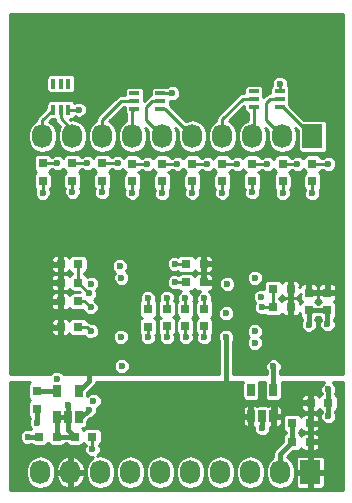
<source format=gbr>
G04 #@! TF.FileFunction,Copper,L4,Bot,Signal*
%FSLAX46Y46*%
G04 Gerber Fmt 4.6, Leading zero omitted, Abs format (unit mm)*
G04 Created by KiCad (PCBNEW 4.0.4-stable) date Wednesday, May 10, 2017 'PMt' 03:49:53 PM*
%MOMM*%
%LPD*%
G01*
G04 APERTURE LIST*
%ADD10C,0.100000*%
%ADD11R,1.727200X2.032000*%
%ADD12O,1.727200X2.032000*%
%ADD13R,0.800000X0.750000*%
%ADD14R,0.750000X0.800000*%
%ADD15R,0.650000X1.060000*%
%ADD16R,0.850000X0.350000*%
%ADD17R,0.350000X0.850000*%
%ADD18C,0.600000*%
%ADD19C,0.381000*%
%ADD20C,0.250000*%
%ADD21C,0.254000*%
G04 APERTURE END LIST*
D10*
D11*
X58140600Y-39293800D03*
D12*
X55600600Y-39293800D03*
X53060600Y-39293800D03*
X50520600Y-39293800D03*
X47980600Y-39293800D03*
X45440600Y-39293800D03*
X42900600Y-39293800D03*
X40360600Y-39293800D03*
X37820600Y-39293800D03*
X35280600Y-39293800D03*
D13*
X57948260Y-63581280D03*
X56448260Y-63581280D03*
X57948260Y-65166240D03*
X56448260Y-65166240D03*
X47446500Y-51663600D03*
X48946500Y-51663600D03*
X47446500Y-50101500D03*
X48946500Y-50101500D03*
X36513200Y-64719200D03*
X35013200Y-64719200D03*
D14*
X34810700Y-60883100D03*
X34810700Y-62383100D03*
D13*
X38023100Y-64719200D03*
X39523100Y-64719200D03*
D14*
X49002125Y-55397462D03*
X49002125Y-53897462D03*
X47401925Y-55397462D03*
X47401925Y-53897462D03*
X45824923Y-55388801D03*
X45824923Y-53888801D03*
X44224724Y-55401501D03*
X44224724Y-53901501D03*
D13*
X58000200Y-61861700D03*
X59500200Y-61861700D03*
D14*
X37820600Y-41566400D03*
X37820600Y-43066400D03*
X42887900Y-41604500D03*
X42887900Y-43104500D03*
X35318700Y-41579100D03*
X35318700Y-43079100D03*
X40360600Y-41579100D03*
X40360600Y-43079100D03*
X45427900Y-41604500D03*
X45427900Y-43104500D03*
D13*
X56317580Y-53781960D03*
X54817580Y-53781960D03*
X56302340Y-52212240D03*
X54802340Y-52212240D03*
D14*
X57835800Y-52539200D03*
X57835800Y-54039200D03*
X59410600Y-52539200D03*
X59410600Y-54039200D03*
X58140600Y-43104500D03*
X58140600Y-41604500D03*
X53035200Y-43104500D03*
X53035200Y-41604500D03*
X47980600Y-43104500D03*
X47980600Y-41604500D03*
X55638700Y-43104500D03*
X55638700Y-41604500D03*
X50520600Y-43104500D03*
X50520600Y-41604500D03*
D13*
X36829300Y-51676300D03*
X38329300Y-51676300D03*
X38329300Y-55448200D03*
X36829300Y-55448200D03*
X38329300Y-53263800D03*
X36829300Y-53263800D03*
X36829300Y-50114200D03*
X38329300Y-50114200D03*
D11*
X57962800Y-67741800D03*
D12*
X55422800Y-67741800D03*
X52882800Y-67741800D03*
X50342800Y-67741800D03*
X47802800Y-67741800D03*
X45262800Y-67741800D03*
X42722800Y-67741800D03*
X40182800Y-67741800D03*
X37642800Y-67741800D03*
X35102800Y-67741800D03*
D15*
X38389600Y-63088700D03*
X37439600Y-63088700D03*
X36489600Y-63088700D03*
X36489600Y-60888700D03*
X38389600Y-60888700D03*
X54841180Y-62989640D03*
X53891180Y-62989640D03*
X52941180Y-62989640D03*
X52941180Y-60789640D03*
X54841180Y-60789640D03*
D16*
X45270600Y-36946600D03*
X45270600Y-36296600D03*
X45270600Y-35646600D03*
X43070600Y-36946600D03*
X43070600Y-36296600D03*
X43070600Y-35646600D03*
D17*
X36180000Y-37041000D03*
X36830000Y-37041000D03*
X37480000Y-37041000D03*
X36180000Y-34841000D03*
X36830000Y-34841000D03*
X37480000Y-34841000D03*
D16*
X55392500Y-36781500D03*
X55392500Y-36131500D03*
X55392500Y-35481500D03*
X53192500Y-36781500D03*
X53192500Y-36131500D03*
X53192500Y-35481500D03*
D18*
X39611300Y-61711840D03*
X36507420Y-59817000D03*
X43634660Y-60568840D03*
X50833020Y-60665360D03*
X50829140Y-56285200D03*
X39971980Y-60934600D03*
X54952900Y-61889640D03*
X53891180Y-64023240D03*
X41993820Y-58745120D03*
X39530020Y-65796160D03*
X49004220Y-53004720D03*
X47404020Y-52989480D03*
X45829220Y-52969160D03*
X44223940Y-53014880D03*
X41932860Y-56276240D03*
X53281580Y-55788560D03*
X53281580Y-56784240D03*
X53266340Y-51287680D03*
X39220140Y-62448440D03*
X34820860Y-63550800D03*
X34063940Y-64749680D03*
X59499500Y-41617900D03*
X56870600Y-41617900D03*
X54343300Y-41617900D03*
X51790600Y-41630600D03*
X49237900Y-41617900D03*
X46723300Y-41605200D03*
X44170600Y-41617900D03*
X41656000Y-41579800D03*
X39090600Y-41579800D03*
X38379400Y-37033200D03*
X36550600Y-41579800D03*
X59499500Y-63004700D03*
X59499500Y-60731400D03*
X57835800Y-55245000D03*
X59423300Y-55219600D03*
X55397400Y-34848800D03*
X46278800Y-35648900D03*
X54851300Y-58785760D03*
X50838100Y-54264560D03*
X53820060Y-52892960D03*
X50934620Y-51795680D03*
X44213780Y-56327040D03*
X45834300Y-56306720D03*
X47414180Y-56306720D03*
X48988980Y-56311800D03*
X46515020Y-51658520D03*
X46494700Y-50104040D03*
X41821100Y-50279300D03*
X41973500Y-51269900D03*
X39408100Y-51777900D03*
X53317140Y-54782720D03*
X34112200Y-54584600D03*
X39268400Y-58547000D03*
X50807620Y-52786280D03*
X53235860Y-52288440D03*
X39357300Y-56921400D03*
X39382700Y-50787300D03*
X41960800Y-52273200D03*
X41986200Y-53289200D03*
X37442140Y-62062360D03*
X37833300Y-43992800D03*
X42900600Y-44069000D03*
X35306000Y-44081700D03*
X40360600Y-44018200D03*
X45440600Y-44107100D03*
X53891180Y-53766720D03*
X58140600Y-44107100D03*
X53047900Y-44043600D03*
X47967900Y-44069000D03*
X55626000Y-44094400D03*
X50520600Y-44069000D03*
X39255700Y-52590700D03*
X39397940Y-55788560D03*
X39370000Y-53784500D03*
D19*
X57948260Y-65166240D02*
X57962800Y-65180780D01*
D20*
X43634660Y-60563760D02*
X43629580Y-60563760D01*
X43634660Y-60568840D02*
X43634660Y-60563760D01*
D19*
X50829140Y-56285200D02*
X50829140Y-60661480D01*
X50833020Y-60665360D02*
X50829140Y-60661480D01*
X54940200Y-62949000D02*
X54952900Y-62936300D01*
X54952900Y-62936300D02*
X54952900Y-61889640D01*
X56448260Y-65166240D02*
X56448260Y-63581280D01*
X56448260Y-65166240D02*
X55422800Y-66191700D01*
X55422800Y-66191700D02*
X55422800Y-67741800D01*
X53891180Y-62989640D02*
X53891180Y-64023240D01*
D20*
X39523100Y-64719200D02*
X39523100Y-65789240D01*
X39523100Y-65789240D02*
X39530020Y-65796160D01*
X49002125Y-53897462D02*
X49002125Y-53006815D01*
X49002125Y-53006815D02*
X49004220Y-53004720D01*
X47401925Y-53897462D02*
X47401925Y-52991575D01*
X47401925Y-52991575D02*
X47404020Y-52989480D01*
X45824923Y-53888801D02*
X45824923Y-52973457D01*
X45824923Y-52973457D02*
X45829220Y-52969160D01*
X44224724Y-53901501D02*
X44224724Y-53015664D01*
X44224724Y-53015664D02*
X44223940Y-53014880D01*
D19*
X38389600Y-63088700D02*
X38579880Y-63088700D01*
X38579880Y-63088700D02*
X39220140Y-62448440D01*
X34810700Y-62383100D02*
X34810700Y-63540640D01*
X34810700Y-63540640D02*
X34820860Y-63550800D01*
X35013200Y-64719200D02*
X34982720Y-64749680D01*
X34982720Y-64749680D02*
X34063940Y-64749680D01*
D20*
X58140600Y-41604500D02*
X59486100Y-41604500D01*
X59486100Y-41604500D02*
X59499500Y-41617900D01*
X55638700Y-41604500D02*
X56857200Y-41604500D01*
X56857200Y-41604500D02*
X56870600Y-41617900D01*
X53035200Y-41604500D02*
X54329900Y-41604500D01*
X54329900Y-41604500D02*
X54343300Y-41617900D01*
X50520600Y-41604500D02*
X51764500Y-41604500D01*
X51764500Y-41604500D02*
X51790600Y-41630600D01*
X47980600Y-41604500D02*
X49224500Y-41604500D01*
X49224500Y-41604500D02*
X49237900Y-41617900D01*
X45427900Y-41604500D02*
X46722600Y-41604500D01*
X46722600Y-41604500D02*
X46723300Y-41605200D01*
X42887900Y-41604500D02*
X44157200Y-41604500D01*
X44157200Y-41604500D02*
X44170600Y-41617900D01*
X40360600Y-41579100D02*
X41655300Y-41579100D01*
X41655300Y-41579100D02*
X41656000Y-41579800D01*
X37820600Y-41566400D02*
X39077200Y-41566400D01*
X39077200Y-41566400D02*
X39090600Y-41579800D01*
X37480000Y-37041000D02*
X38371600Y-37041000D01*
X38371600Y-37041000D02*
X38379400Y-37033200D01*
X35318700Y-41579100D02*
X36549900Y-41579100D01*
X36549900Y-41579100D02*
X36550600Y-41579800D01*
D19*
X59500200Y-61861700D02*
X59500200Y-63004000D01*
X59500200Y-63004000D02*
X59499500Y-63004700D01*
X59500200Y-61861700D02*
X59500200Y-60732100D01*
X59500200Y-60732100D02*
X59499500Y-60731400D01*
X57835800Y-54039200D02*
X57835800Y-55245000D01*
X59410600Y-54039200D02*
X59410600Y-55206900D01*
X59410600Y-55206900D02*
X59423300Y-55219600D01*
X57835800Y-54039200D02*
X59410600Y-54039200D01*
D20*
X47510700Y-53788687D02*
X47401925Y-53897462D01*
X45812223Y-53901501D02*
X45824923Y-53888801D01*
X47393264Y-53888801D02*
X47401925Y-53897462D01*
X55392500Y-35481500D02*
X55392500Y-34853700D01*
X55392500Y-34853700D02*
X55397400Y-34848800D01*
X45270600Y-35646600D02*
X46276500Y-35646600D01*
X46276500Y-35646600D02*
X46278800Y-35648900D01*
D19*
X54841180Y-60789640D02*
X54841180Y-58795880D01*
X54841180Y-58795880D02*
X54851300Y-58785760D01*
D20*
X44224724Y-55401501D02*
X44224724Y-56316096D01*
X44224724Y-56316096D02*
X44213780Y-56327040D01*
X45824923Y-55388801D02*
X45824923Y-56297343D01*
X45824923Y-56297343D02*
X45834300Y-56306720D01*
X47401925Y-55397462D02*
X47401925Y-56294465D01*
X47401925Y-56294465D02*
X47414180Y-56306720D01*
X49002125Y-55397462D02*
X49002125Y-56298655D01*
X49002125Y-56298655D02*
X48988980Y-56311800D01*
X47446500Y-51663600D02*
X46520100Y-51663600D01*
X46520100Y-51663600D02*
X46515020Y-51658520D01*
X47446500Y-50101500D02*
X46497240Y-50101500D01*
X46497240Y-50101500D02*
X46494700Y-50104040D01*
X45812223Y-55401501D02*
X45816262Y-55397462D01*
D19*
X38389600Y-60888700D02*
X39268400Y-60009900D01*
X39268400Y-60009900D02*
X39268400Y-58547000D01*
D20*
X53235860Y-52283360D02*
X53235860Y-52278280D01*
X53235860Y-52288440D02*
X53235860Y-52283360D01*
X59410600Y-52539200D02*
X57835800Y-52539200D01*
D19*
X37439600Y-63088700D02*
X37439600Y-62064900D01*
X37439600Y-62064900D02*
X37442140Y-62062360D01*
X37439600Y-63088700D02*
X37439600Y-64135700D01*
X37439600Y-64135700D02*
X38023100Y-64719200D01*
X36489600Y-63088700D02*
X37439600Y-63088700D01*
X36513200Y-64719200D02*
X36489600Y-64695600D01*
X36489600Y-64695600D02*
X36489600Y-63088700D01*
X38023100Y-64719200D02*
X36513200Y-64719200D01*
X34810700Y-60883100D02*
X36484000Y-60883100D01*
X36484000Y-60883100D02*
X36489600Y-60888700D01*
D20*
X37833300Y-43992800D02*
X37820600Y-43980100D01*
X37820600Y-43980100D02*
X37820600Y-43066400D01*
X42887900Y-44056300D02*
X42887900Y-43104500D01*
X42900600Y-44069000D02*
X42887900Y-44056300D01*
X35318700Y-44069000D02*
X35318700Y-43079100D01*
X35306000Y-44081700D02*
X35318700Y-44069000D01*
X40360600Y-44018200D02*
X40360600Y-43079100D01*
X45427900Y-44094400D02*
X45427900Y-43104500D01*
X45440600Y-44107100D02*
X45427900Y-44094400D01*
X54817580Y-53781960D02*
X54817580Y-52227480D01*
X54817580Y-52227480D02*
X54802340Y-52212240D01*
X53906420Y-53781960D02*
X54817580Y-53781960D01*
X53891180Y-53766720D02*
X53906420Y-53781960D01*
X58140600Y-44107100D02*
X58140600Y-43104500D01*
X53047900Y-44043600D02*
X53035200Y-44030900D01*
X53035200Y-44030900D02*
X53035200Y-43104500D01*
X47967900Y-44069000D02*
X47980600Y-44056300D01*
X47980600Y-44056300D02*
X47980600Y-43104500D01*
X55638700Y-44081700D02*
X55638700Y-43104500D01*
X55626000Y-44094400D02*
X55638700Y-44081700D01*
X50520600Y-44069000D02*
X50520600Y-43104500D01*
X38329300Y-51676300D02*
X39243700Y-52590700D01*
X39243700Y-52590700D02*
X39255700Y-52590700D01*
X38329300Y-50114200D02*
X38329300Y-51676300D01*
X39397940Y-55788560D02*
X39057580Y-55448200D01*
X39057580Y-55448200D02*
X38329300Y-55448200D01*
X38329300Y-53263800D02*
X38849300Y-53263800D01*
X38849300Y-53263800D02*
X39370000Y-53784500D01*
X36180000Y-37041000D02*
X35280600Y-37940400D01*
X35280600Y-37940400D02*
X35280600Y-39293800D01*
X36830000Y-37041000D02*
X36830000Y-37782500D01*
X36830000Y-37782500D02*
X37820600Y-38773100D01*
X37820600Y-38773100D02*
X37820600Y-39293800D01*
X43070600Y-36296600D02*
X41948100Y-36296600D01*
X40360600Y-37884100D02*
X40360600Y-39293800D01*
X41948100Y-36296600D02*
X40360600Y-37884100D01*
X42900600Y-39293800D02*
X42900600Y-37116600D01*
X42900600Y-37116600D02*
X43070600Y-36946600D01*
X45270600Y-36296600D02*
X44589700Y-36296600D01*
X44094400Y-37947600D02*
X45440600Y-39293800D01*
X44094400Y-36791900D02*
X44094400Y-37947600D01*
X44589700Y-36296600D02*
X44094400Y-36791900D01*
X45270600Y-36946600D02*
X45633400Y-36946600D01*
X45633400Y-36946600D02*
X47980600Y-39293800D01*
X53192500Y-36131500D02*
X52235100Y-36131500D01*
X50520600Y-37846000D02*
X50520600Y-39293800D01*
X52235100Y-36131500D02*
X50520600Y-37846000D01*
X53192500Y-36781500D02*
X53192500Y-39161900D01*
X53192500Y-39161900D02*
X53060600Y-39293800D01*
X55392500Y-36131500D02*
X54559200Y-36131500D01*
X54216300Y-37909500D02*
X55600600Y-39293800D01*
X54216300Y-36474400D02*
X54216300Y-37909500D01*
X54559200Y-36131500D02*
X54216300Y-36474400D01*
X55392500Y-36131500D02*
X55379800Y-36118800D01*
X55392500Y-36781500D02*
X55628300Y-36781500D01*
X55628300Y-36781500D02*
X58140600Y-39293800D01*
D21*
G36*
X60706800Y-59446220D02*
X55412680Y-59447152D01*
X55412680Y-59187599D01*
X55428287Y-59172019D01*
X55532182Y-58921814D01*
X55532418Y-58650895D01*
X55428961Y-58400508D01*
X55237559Y-58208773D01*
X54987354Y-58104878D01*
X54716435Y-58104642D01*
X54466048Y-58208099D01*
X54274313Y-58399501D01*
X54170418Y-58649706D01*
X54170182Y-58920625D01*
X54269680Y-59161430D01*
X54269680Y-59447353D01*
X51400640Y-59447858D01*
X51400640Y-56676936D01*
X51406127Y-56671459D01*
X51510022Y-56421254D01*
X51510258Y-56150335D01*
X51416502Y-55923425D01*
X52600462Y-55923425D01*
X52703919Y-56173812D01*
X52816340Y-56286428D01*
X52704593Y-56397981D01*
X52600698Y-56648186D01*
X52600462Y-56919105D01*
X52703919Y-57169492D01*
X52895321Y-57361227D01*
X53145526Y-57465122D01*
X53416445Y-57465358D01*
X53666832Y-57361901D01*
X53858567Y-57170499D01*
X53962462Y-56920294D01*
X53962698Y-56649375D01*
X53859241Y-56398988D01*
X53746820Y-56286372D01*
X53858567Y-56174819D01*
X53962462Y-55924614D01*
X53962698Y-55653695D01*
X53859241Y-55403308D01*
X53667839Y-55211573D01*
X53417634Y-55107678D01*
X53146715Y-55107442D01*
X52896328Y-55210899D01*
X52704593Y-55402301D01*
X52600698Y-55652506D01*
X52600462Y-55923425D01*
X51416502Y-55923425D01*
X51406801Y-55899948D01*
X51215399Y-55708213D01*
X50965194Y-55604318D01*
X50694275Y-55604082D01*
X50443888Y-55707539D01*
X50252153Y-55898941D01*
X50148258Y-56149146D01*
X50148022Y-56420065D01*
X50251479Y-56670452D01*
X50257640Y-56676624D01*
X50257640Y-59448059D01*
X37092778Y-59450376D01*
X37085081Y-59431748D01*
X36893679Y-59240013D01*
X36643474Y-59136118D01*
X36372555Y-59135882D01*
X36122168Y-59239339D01*
X35930433Y-59430741D01*
X35922194Y-59450582D01*
X32536600Y-59451177D01*
X32536600Y-58879985D01*
X41312702Y-58879985D01*
X41416159Y-59130372D01*
X41607561Y-59322107D01*
X41857766Y-59426002D01*
X42128685Y-59426238D01*
X42379072Y-59322781D01*
X42570807Y-59131379D01*
X42674702Y-58881174D01*
X42674938Y-58610255D01*
X42571481Y-58359868D01*
X42380079Y-58168133D01*
X42129874Y-58064238D01*
X41858955Y-58064002D01*
X41608568Y-58167459D01*
X41416833Y-58358861D01*
X41312938Y-58609066D01*
X41312702Y-58879985D01*
X32536600Y-58879985D01*
X32536600Y-55670450D01*
X36048300Y-55670450D01*
X36048300Y-55898985D01*
X36106304Y-56039019D01*
X36213480Y-56146196D01*
X36353514Y-56204200D01*
X36607050Y-56204200D01*
X36702300Y-56108950D01*
X36702300Y-55575200D01*
X36143550Y-55575200D01*
X36048300Y-55670450D01*
X32536600Y-55670450D01*
X32536600Y-54997415D01*
X36048300Y-54997415D01*
X36048300Y-55225950D01*
X36143550Y-55321200D01*
X36702300Y-55321200D01*
X36702300Y-54787450D01*
X36956300Y-54787450D01*
X36956300Y-55321200D01*
X36976300Y-55321200D01*
X36976300Y-55575200D01*
X36956300Y-55575200D01*
X36956300Y-56108950D01*
X37051550Y-56204200D01*
X37305086Y-56204200D01*
X37445120Y-56146196D01*
X37552296Y-56039019D01*
X37577019Y-55979333D01*
X37650846Y-56094065D01*
X37778166Y-56181059D01*
X37929300Y-56211664D01*
X38729300Y-56211664D01*
X38837703Y-56191266D01*
X39011681Y-56365547D01*
X39261886Y-56469442D01*
X39532805Y-56469678D01*
X39674563Y-56411105D01*
X41251742Y-56411105D01*
X41355199Y-56661492D01*
X41546601Y-56853227D01*
X41796806Y-56957122D01*
X42067725Y-56957358D01*
X42318112Y-56853901D01*
X42509847Y-56662499D01*
X42613742Y-56412294D01*
X42613978Y-56141375D01*
X42510521Y-55890988D01*
X42319119Y-55699253D01*
X42068914Y-55595358D01*
X41797995Y-55595122D01*
X41547608Y-55698579D01*
X41355873Y-55889981D01*
X41251978Y-56140186D01*
X41251742Y-56411105D01*
X39674563Y-56411105D01*
X39783192Y-56366221D01*
X39974927Y-56174819D01*
X40078822Y-55924614D01*
X40079058Y-55653695D01*
X39975601Y-55403308D01*
X39784199Y-55211573D01*
X39533994Y-55107678D01*
X39432562Y-55107590D01*
X39415376Y-55090404D01*
X39251218Y-54980717D01*
X39094496Y-54949543D01*
X39091197Y-54932010D01*
X39007754Y-54802335D01*
X38880434Y-54715341D01*
X38729300Y-54684736D01*
X37929300Y-54684736D01*
X37788110Y-54711303D01*
X37658435Y-54794746D01*
X37576203Y-54915097D01*
X37552296Y-54857381D01*
X37445120Y-54750204D01*
X37305086Y-54692200D01*
X37051550Y-54692200D01*
X36956300Y-54787450D01*
X36702300Y-54787450D01*
X36607050Y-54692200D01*
X36353514Y-54692200D01*
X36213480Y-54750204D01*
X36106304Y-54857381D01*
X36048300Y-54997415D01*
X32536600Y-54997415D01*
X32536600Y-53486050D01*
X36048300Y-53486050D01*
X36048300Y-53714585D01*
X36106304Y-53854619D01*
X36213480Y-53961796D01*
X36353514Y-54019800D01*
X36607050Y-54019800D01*
X36702300Y-53924550D01*
X36702300Y-53390800D01*
X36143550Y-53390800D01*
X36048300Y-53486050D01*
X32536600Y-53486050D01*
X32536600Y-52813015D01*
X36048300Y-52813015D01*
X36048300Y-53041550D01*
X36143550Y-53136800D01*
X36702300Y-53136800D01*
X36702300Y-52603050D01*
X36607050Y-52507800D01*
X36353514Y-52507800D01*
X36213480Y-52565804D01*
X36106304Y-52672981D01*
X36048300Y-52813015D01*
X32536600Y-52813015D01*
X32536600Y-51898550D01*
X36048300Y-51898550D01*
X36048300Y-52127085D01*
X36106304Y-52267119D01*
X36213480Y-52374296D01*
X36353514Y-52432300D01*
X36607050Y-52432300D01*
X36702300Y-52337050D01*
X36702300Y-51803300D01*
X36143550Y-51803300D01*
X36048300Y-51898550D01*
X32536600Y-51898550D01*
X32536600Y-51225515D01*
X36048300Y-51225515D01*
X36048300Y-51454050D01*
X36143550Y-51549300D01*
X36702300Y-51549300D01*
X36702300Y-51015550D01*
X36607050Y-50920300D01*
X36353514Y-50920300D01*
X36213480Y-50978304D01*
X36106304Y-51085481D01*
X36048300Y-51225515D01*
X32536600Y-51225515D01*
X32536600Y-50336450D01*
X36048300Y-50336450D01*
X36048300Y-50564985D01*
X36106304Y-50705019D01*
X36213480Y-50812196D01*
X36353514Y-50870200D01*
X36607050Y-50870200D01*
X36702300Y-50774950D01*
X36702300Y-50241200D01*
X36143550Y-50241200D01*
X36048300Y-50336450D01*
X32536600Y-50336450D01*
X32536600Y-49663415D01*
X36048300Y-49663415D01*
X36048300Y-49891950D01*
X36143550Y-49987200D01*
X36702300Y-49987200D01*
X36702300Y-49453450D01*
X36956300Y-49453450D01*
X36956300Y-49987200D01*
X36976300Y-49987200D01*
X36976300Y-50241200D01*
X36956300Y-50241200D01*
X36956300Y-50774950D01*
X37051550Y-50870200D01*
X37305086Y-50870200D01*
X37445120Y-50812196D01*
X37552296Y-50705019D01*
X37577019Y-50645333D01*
X37650846Y-50760065D01*
X37778166Y-50847059D01*
X37823300Y-50856199D01*
X37823300Y-50932781D01*
X37788110Y-50939403D01*
X37658435Y-51022846D01*
X37576203Y-51143197D01*
X37552296Y-51085481D01*
X37445120Y-50978304D01*
X37305086Y-50920300D01*
X37051550Y-50920300D01*
X36956300Y-51015550D01*
X36956300Y-51549300D01*
X36976300Y-51549300D01*
X36976300Y-51803300D01*
X36956300Y-51803300D01*
X36956300Y-52337050D01*
X37051550Y-52432300D01*
X37305086Y-52432300D01*
X37445120Y-52374296D01*
X37552296Y-52267119D01*
X37577019Y-52207433D01*
X37650846Y-52322165D01*
X37778166Y-52409159D01*
X37929300Y-52439764D01*
X38377172Y-52439764D01*
X38437744Y-52500336D01*
X37929300Y-52500336D01*
X37788110Y-52526903D01*
X37658435Y-52610346D01*
X37576203Y-52730697D01*
X37552296Y-52672981D01*
X37445120Y-52565804D01*
X37305086Y-52507800D01*
X37051550Y-52507800D01*
X36956300Y-52603050D01*
X36956300Y-53136800D01*
X36976300Y-53136800D01*
X36976300Y-53390800D01*
X36956300Y-53390800D01*
X36956300Y-53924550D01*
X37051550Y-54019800D01*
X37305086Y-54019800D01*
X37445120Y-53961796D01*
X37552296Y-53854619D01*
X37577019Y-53794933D01*
X37650846Y-53909665D01*
X37778166Y-53996659D01*
X37929300Y-54027264D01*
X38729300Y-54027264D01*
X38733164Y-54026537D01*
X38792339Y-54169752D01*
X38983741Y-54361487D01*
X39233946Y-54465382D01*
X39504865Y-54465618D01*
X39755252Y-54362161D01*
X39946987Y-54170759D01*
X40050882Y-53920554D01*
X40051118Y-53649635D01*
X39989911Y-53501501D01*
X43461260Y-53501501D01*
X43461260Y-54301501D01*
X43487827Y-54442691D01*
X43571270Y-54572366D01*
X43688522Y-54652481D01*
X43578859Y-54723047D01*
X43491865Y-54850367D01*
X43461260Y-55001501D01*
X43461260Y-55801501D01*
X43487827Y-55942691D01*
X43571270Y-56072366D01*
X43579748Y-56078159D01*
X43532898Y-56190986D01*
X43532662Y-56461905D01*
X43636119Y-56712292D01*
X43827521Y-56904027D01*
X44077726Y-57007922D01*
X44348645Y-57008158D01*
X44599032Y-56904701D01*
X44790767Y-56713299D01*
X44894662Y-56463094D01*
X44894898Y-56192175D01*
X44853163Y-56091168D01*
X44870589Y-56079955D01*
X44957583Y-55952635D01*
X44988188Y-55801501D01*
X44988188Y-55001501D01*
X44961621Y-54860311D01*
X44878178Y-54730636D01*
X44760926Y-54650521D01*
X44870589Y-54579955D01*
X44957583Y-54452635D01*
X44988188Y-54301501D01*
X44988188Y-53501501D01*
X44985799Y-53488801D01*
X45061459Y-53488801D01*
X45061459Y-54288801D01*
X45088026Y-54429991D01*
X45171469Y-54559666D01*
X45288721Y-54639781D01*
X45179058Y-54710347D01*
X45092064Y-54837667D01*
X45061459Y-54988801D01*
X45061459Y-55788801D01*
X45088026Y-55929991D01*
X45171469Y-56059666D01*
X45193312Y-56074591D01*
X45153418Y-56170666D01*
X45153182Y-56441585D01*
X45256639Y-56691972D01*
X45448041Y-56883707D01*
X45698246Y-56987602D01*
X45969165Y-56987838D01*
X46219552Y-56884381D01*
X46411287Y-56692979D01*
X46515182Y-56442774D01*
X46515418Y-56171855D01*
X46471667Y-56065969D01*
X46557782Y-55939935D01*
X46588387Y-55788801D01*
X46588387Y-54988801D01*
X46561820Y-54847611D01*
X46478377Y-54717936D01*
X46361125Y-54637821D01*
X46470788Y-54567255D01*
X46557782Y-54439935D01*
X46588387Y-54288801D01*
X46588387Y-53488801D01*
X46561820Y-53347611D01*
X46478377Y-53217936D01*
X46466629Y-53209909D01*
X46510102Y-53105214D01*
X46510338Y-52834295D01*
X46406881Y-52583908D01*
X46215479Y-52392173D01*
X45965274Y-52288278D01*
X45694355Y-52288042D01*
X45443968Y-52391499D01*
X45252233Y-52582901D01*
X45148338Y-52833106D01*
X45148102Y-53104025D01*
X45189308Y-53203751D01*
X45179058Y-53210347D01*
X45092064Y-53337667D01*
X45061459Y-53488801D01*
X44985799Y-53488801D01*
X44961621Y-53360311D01*
X44878178Y-53230636D01*
X44873152Y-53227202D01*
X44904822Y-53150934D01*
X44905058Y-52880015D01*
X44801601Y-52629628D01*
X44610199Y-52437893D01*
X44359994Y-52333998D01*
X44089075Y-52333762D01*
X43838688Y-52437219D01*
X43646953Y-52628621D01*
X43543058Y-52878826D01*
X43542822Y-53149745D01*
X43575276Y-53228291D01*
X43491865Y-53350367D01*
X43461260Y-53501501D01*
X39989911Y-53501501D01*
X39947661Y-53399248D01*
X39756259Y-53207513D01*
X39647127Y-53162197D01*
X39832687Y-52976959D01*
X39936582Y-52726754D01*
X39936818Y-52455835D01*
X39865590Y-52283449D01*
X39985087Y-52164159D01*
X40088982Y-51913954D01*
X40089218Y-51643035D01*
X39985761Y-51392648D01*
X39794359Y-51200913D01*
X39544154Y-51097018D01*
X39273235Y-51096782D01*
X39093273Y-51171140D01*
X39091197Y-51160110D01*
X39007754Y-51030435D01*
X38880434Y-50943441D01*
X38835300Y-50934301D01*
X38835300Y-50857719D01*
X38870490Y-50851097D01*
X39000165Y-50767654D01*
X39087159Y-50640334D01*
X39117764Y-50489200D01*
X39117764Y-50414165D01*
X41139982Y-50414165D01*
X41243439Y-50664552D01*
X41429387Y-50850824D01*
X41396513Y-50883641D01*
X41292618Y-51133846D01*
X41292382Y-51404765D01*
X41395839Y-51655152D01*
X41587241Y-51846887D01*
X41837446Y-51950782D01*
X42108365Y-51951018D01*
X42358752Y-51847561D01*
X42413022Y-51793385D01*
X45833902Y-51793385D01*
X45937359Y-52043772D01*
X46128761Y-52235507D01*
X46378966Y-52339402D01*
X46649885Y-52339638D01*
X46758566Y-52294732D01*
X46768046Y-52309465D01*
X46895366Y-52396459D01*
X47010749Y-52419824D01*
X46827033Y-52603221D01*
X46723138Y-52853426D01*
X46722902Y-53124345D01*
X46760765Y-53215981D01*
X46756060Y-53219008D01*
X46669066Y-53346328D01*
X46638461Y-53497462D01*
X46638461Y-54297462D01*
X46665028Y-54438652D01*
X46748471Y-54568327D01*
X46865723Y-54648442D01*
X46756060Y-54719008D01*
X46669066Y-54846328D01*
X46638461Y-54997462D01*
X46638461Y-55797462D01*
X46665028Y-55938652D01*
X46748471Y-56068327D01*
X46769755Y-56082869D01*
X46733298Y-56170666D01*
X46733062Y-56441585D01*
X46836519Y-56691972D01*
X47027921Y-56883707D01*
X47278126Y-56987602D01*
X47549045Y-56987838D01*
X47799432Y-56884381D01*
X47991167Y-56692979D01*
X48095062Y-56442774D01*
X48095298Y-56171855D01*
X48052692Y-56068741D01*
X48134784Y-55948596D01*
X48165389Y-55797462D01*
X48165389Y-54997462D01*
X48138822Y-54856272D01*
X48055379Y-54726597D01*
X47938127Y-54646482D01*
X48047790Y-54575916D01*
X48134784Y-54448596D01*
X48165389Y-54297462D01*
X48165389Y-53497462D01*
X48138822Y-53356272D01*
X48055379Y-53226597D01*
X48045687Y-53219974D01*
X48084902Y-53125534D01*
X48085138Y-52854615D01*
X47981681Y-52604228D01*
X47804825Y-52427064D01*
X47846500Y-52427064D01*
X47987690Y-52400497D01*
X48117365Y-52317054D01*
X48199597Y-52196703D01*
X48223504Y-52254419D01*
X48330680Y-52361596D01*
X48470714Y-52419600D01*
X48637020Y-52419600D01*
X48618968Y-52427059D01*
X48427233Y-52618461D01*
X48323338Y-52868666D01*
X48323102Y-53139585D01*
X48356047Y-53219319D01*
X48269266Y-53346328D01*
X48238661Y-53497462D01*
X48238661Y-54297462D01*
X48265228Y-54438652D01*
X48348671Y-54568327D01*
X48465923Y-54648442D01*
X48356260Y-54719008D01*
X48269266Y-54846328D01*
X48238661Y-54997462D01*
X48238661Y-55797462D01*
X48265228Y-55938652D01*
X48348671Y-56068327D01*
X48351812Y-56070473D01*
X48308098Y-56175746D01*
X48307862Y-56446665D01*
X48411319Y-56697052D01*
X48602721Y-56888787D01*
X48852926Y-56992682D01*
X49123845Y-56992918D01*
X49374232Y-56889461D01*
X49565967Y-56698059D01*
X49669862Y-56447854D01*
X49670098Y-56176935D01*
X49632481Y-56085895D01*
X49647990Y-56075916D01*
X49734984Y-55948596D01*
X49765589Y-55797462D01*
X49765589Y-54997462D01*
X49739022Y-54856272D01*
X49655579Y-54726597D01*
X49538327Y-54646482D01*
X49647990Y-54575916D01*
X49734984Y-54448596D01*
X49744941Y-54399425D01*
X50156982Y-54399425D01*
X50260439Y-54649812D01*
X50451841Y-54841547D01*
X50702046Y-54945442D01*
X50972965Y-54945678D01*
X51223352Y-54842221D01*
X51415087Y-54650819D01*
X51518982Y-54400614D01*
X51519218Y-54129695D01*
X51415761Y-53879308D01*
X51224359Y-53687573D01*
X50974154Y-53583678D01*
X50703235Y-53583442D01*
X50452848Y-53686899D01*
X50261113Y-53878301D01*
X50157218Y-54128506D01*
X50156982Y-54399425D01*
X49744941Y-54399425D01*
X49765589Y-54297462D01*
X49765589Y-53497462D01*
X49739022Y-53356272D01*
X49655579Y-53226597D01*
X49650816Y-53223343D01*
X49685102Y-53140774D01*
X49685200Y-53027825D01*
X53138942Y-53027825D01*
X53242399Y-53278212D01*
X53329358Y-53365322D01*
X53314193Y-53380461D01*
X53210298Y-53630666D01*
X53210062Y-53901585D01*
X53313519Y-54151972D01*
X53504921Y-54343707D01*
X53755126Y-54447602D01*
X54026045Y-54447838D01*
X54125548Y-54406724D01*
X54139126Y-54427825D01*
X54266446Y-54514819D01*
X54417580Y-54545424D01*
X55217580Y-54545424D01*
X55358770Y-54518857D01*
X55488445Y-54435414D01*
X55570677Y-54315063D01*
X55594584Y-54372779D01*
X55701760Y-54479956D01*
X55841794Y-54537960D01*
X56095330Y-54537960D01*
X56190580Y-54442710D01*
X56190580Y-53908960D01*
X56170580Y-53908960D01*
X56170580Y-53654960D01*
X56190580Y-53654960D01*
X56190580Y-53121210D01*
X56095330Y-53025960D01*
X55841794Y-53025960D01*
X55701760Y-53083964D01*
X55594584Y-53191141D01*
X55569861Y-53250827D01*
X55496034Y-53136095D01*
X55368714Y-53049101D01*
X55323580Y-53039961D01*
X55323580Y-52952891D01*
X55343530Y-52949137D01*
X55473205Y-52865694D01*
X55555437Y-52745343D01*
X55579344Y-52803059D01*
X55686520Y-52910236D01*
X55826554Y-52968240D01*
X56080090Y-52968240D01*
X56175340Y-52872990D01*
X56175340Y-52339240D01*
X56155340Y-52339240D01*
X56155340Y-52085240D01*
X56175340Y-52085240D01*
X56175340Y-51551490D01*
X56429340Y-51551490D01*
X56429340Y-52085240D01*
X56449340Y-52085240D01*
X56449340Y-52339240D01*
X56429340Y-52339240D01*
X56429340Y-52872990D01*
X56524590Y-52968240D01*
X56778126Y-52968240D01*
X56918160Y-52910236D01*
X57025336Y-52803059D01*
X57082024Y-52666202D01*
X57175048Y-52666202D01*
X57079800Y-52761450D01*
X57079800Y-53014986D01*
X57137804Y-53155020D01*
X57244981Y-53262196D01*
X57304667Y-53286919D01*
X57189935Y-53360746D01*
X57102941Y-53488066D01*
X57098580Y-53509602D01*
X57098580Y-53331175D01*
X57040576Y-53191141D01*
X56933400Y-53083964D01*
X56793366Y-53025960D01*
X56539830Y-53025960D01*
X56444580Y-53121210D01*
X56444580Y-53654960D01*
X56464580Y-53654960D01*
X56464580Y-53908960D01*
X56444580Y-53908960D01*
X56444580Y-54442710D01*
X56539830Y-54537960D01*
X56793366Y-54537960D01*
X56933400Y-54479956D01*
X57040576Y-54372779D01*
X57072336Y-54296104D01*
X57072336Y-54439200D01*
X57098903Y-54580390D01*
X57182346Y-54710065D01*
X57264300Y-54766062D01*
X57264300Y-54853264D01*
X57258813Y-54858741D01*
X57154918Y-55108946D01*
X57154682Y-55379865D01*
X57258139Y-55630252D01*
X57449541Y-55821987D01*
X57699746Y-55925882D01*
X57970665Y-55926118D01*
X58221052Y-55822661D01*
X58412787Y-55631259D01*
X58516682Y-55381054D01*
X58516918Y-55110135D01*
X58413461Y-54859748D01*
X58407300Y-54853576D01*
X58407300Y-54765506D01*
X58481665Y-54717654D01*
X58554744Y-54610700D01*
X58693207Y-54610700D01*
X58757146Y-54710065D01*
X58839100Y-54766062D01*
X58839100Y-54850712D01*
X58742418Y-55083546D01*
X58742182Y-55354465D01*
X58845639Y-55604852D01*
X59037041Y-55796587D01*
X59287246Y-55900482D01*
X59558165Y-55900718D01*
X59808552Y-55797261D01*
X60000287Y-55605859D01*
X60104182Y-55355654D01*
X60104418Y-55084735D01*
X60000961Y-54834348D01*
X59982100Y-54815454D01*
X59982100Y-54765506D01*
X60056465Y-54717654D01*
X60143459Y-54590334D01*
X60174064Y-54439200D01*
X60174064Y-53639200D01*
X60147497Y-53498010D01*
X60064054Y-53368335D01*
X59943703Y-53286103D01*
X60001419Y-53262196D01*
X60108596Y-53155020D01*
X60166600Y-53014986D01*
X60166600Y-52761450D01*
X60071350Y-52666200D01*
X59537600Y-52666200D01*
X59537600Y-52686200D01*
X59283600Y-52686200D01*
X59283600Y-52666200D01*
X58749850Y-52666200D01*
X58654600Y-52761450D01*
X58654600Y-53014986D01*
X58712604Y-53155020D01*
X58819781Y-53262196D01*
X58879467Y-53286919D01*
X58764735Y-53360746D01*
X58691656Y-53467700D01*
X58553193Y-53467700D01*
X58489254Y-53368335D01*
X58368903Y-53286103D01*
X58426619Y-53262196D01*
X58533796Y-53155020D01*
X58591800Y-53014986D01*
X58591800Y-52761450D01*
X58496550Y-52666200D01*
X57962800Y-52666200D01*
X57962800Y-52686200D01*
X57708800Y-52686200D01*
X57708800Y-52666200D01*
X57688800Y-52666200D01*
X57688800Y-52412200D01*
X57708800Y-52412200D01*
X57708800Y-51853450D01*
X57962800Y-51853450D01*
X57962800Y-52412200D01*
X58496550Y-52412200D01*
X58591800Y-52316950D01*
X58591800Y-52063414D01*
X58654600Y-52063414D01*
X58654600Y-52316950D01*
X58749850Y-52412200D01*
X59283600Y-52412200D01*
X59283600Y-51853450D01*
X59537600Y-51853450D01*
X59537600Y-52412200D01*
X60071350Y-52412200D01*
X60166600Y-52316950D01*
X60166600Y-52063414D01*
X60108596Y-51923380D01*
X60001419Y-51816204D01*
X59861385Y-51758200D01*
X59632850Y-51758200D01*
X59537600Y-51853450D01*
X59283600Y-51853450D01*
X59188350Y-51758200D01*
X58959815Y-51758200D01*
X58819781Y-51816204D01*
X58712604Y-51923380D01*
X58654600Y-52063414D01*
X58591800Y-52063414D01*
X58533796Y-51923380D01*
X58426619Y-51816204D01*
X58286585Y-51758200D01*
X58058050Y-51758200D01*
X57962800Y-51853450D01*
X57708800Y-51853450D01*
X57613550Y-51758200D01*
X57385015Y-51758200D01*
X57244981Y-51816204D01*
X57137804Y-51923380D01*
X57079800Y-52063414D01*
X57079800Y-52085238D01*
X56988092Y-52085238D01*
X57083340Y-51989990D01*
X57083340Y-51761455D01*
X57025336Y-51621421D01*
X56918160Y-51514244D01*
X56778126Y-51456240D01*
X56524590Y-51456240D01*
X56429340Y-51551490D01*
X56175340Y-51551490D01*
X56080090Y-51456240D01*
X55826554Y-51456240D01*
X55686520Y-51514244D01*
X55579344Y-51621421D01*
X55554621Y-51681107D01*
X55480794Y-51566375D01*
X55353474Y-51479381D01*
X55202340Y-51448776D01*
X54402340Y-51448776D01*
X54261150Y-51475343D01*
X54131475Y-51558786D01*
X54044481Y-51686106D01*
X54013876Y-51837240D01*
X54013876Y-52236063D01*
X53956114Y-52212078D01*
X53685195Y-52211842D01*
X53434808Y-52315299D01*
X53243073Y-52506701D01*
X53139178Y-52756906D01*
X53138942Y-53027825D01*
X49685200Y-53027825D01*
X49685338Y-52869855D01*
X49581881Y-52619468D01*
X49390479Y-52427733D01*
X49370893Y-52419600D01*
X49422286Y-52419600D01*
X49562320Y-52361596D01*
X49669496Y-52254419D01*
X49727500Y-52114385D01*
X49727500Y-51930545D01*
X50253502Y-51930545D01*
X50356959Y-52180932D01*
X50548361Y-52372667D01*
X50798566Y-52476562D01*
X51069485Y-52476798D01*
X51319872Y-52373341D01*
X51511607Y-52181939D01*
X51615502Y-51931734D01*
X51615738Y-51660815D01*
X51517288Y-51422545D01*
X52585222Y-51422545D01*
X52688679Y-51672932D01*
X52880081Y-51864667D01*
X53130286Y-51968562D01*
X53401205Y-51968798D01*
X53651592Y-51865341D01*
X53843327Y-51673939D01*
X53947222Y-51423734D01*
X53947458Y-51152815D01*
X53844001Y-50902428D01*
X53652599Y-50710693D01*
X53402394Y-50606798D01*
X53131475Y-50606562D01*
X52881088Y-50710019D01*
X52689353Y-50901421D01*
X52585458Y-51151626D01*
X52585222Y-51422545D01*
X51517288Y-51422545D01*
X51512281Y-51410428D01*
X51320879Y-51218693D01*
X51070674Y-51114798D01*
X50799755Y-51114562D01*
X50549368Y-51218019D01*
X50357633Y-51409421D01*
X50253738Y-51659626D01*
X50253502Y-51930545D01*
X49727500Y-51930545D01*
X49727500Y-51885850D01*
X49632250Y-51790600D01*
X49073500Y-51790600D01*
X49073500Y-51810600D01*
X48819500Y-51810600D01*
X48819500Y-51790600D01*
X48799500Y-51790600D01*
X48799500Y-51536600D01*
X48819500Y-51536600D01*
X48819500Y-51002850D01*
X49073500Y-51002850D01*
X49073500Y-51536600D01*
X49632250Y-51536600D01*
X49727500Y-51441350D01*
X49727500Y-51212815D01*
X49669496Y-51072781D01*
X49562320Y-50965604D01*
X49422286Y-50907600D01*
X49168750Y-50907600D01*
X49073500Y-51002850D01*
X48819500Y-51002850D01*
X48724250Y-50907600D01*
X48470714Y-50907600D01*
X48330680Y-50965604D01*
X48223504Y-51072781D01*
X48198781Y-51132467D01*
X48124954Y-51017735D01*
X47997634Y-50930741D01*
X47846500Y-50900136D01*
X47046500Y-50900136D01*
X46905310Y-50926703D01*
X46775635Y-51010146D01*
X46765408Y-51025114D01*
X46651074Y-50977638D01*
X46380155Y-50977402D01*
X46129768Y-51080859D01*
X45938033Y-51272261D01*
X45834138Y-51522466D01*
X45833902Y-51793385D01*
X42413022Y-51793385D01*
X42550487Y-51656159D01*
X42654382Y-51405954D01*
X42654618Y-51135035D01*
X42551161Y-50884648D01*
X42365213Y-50698376D01*
X42398087Y-50665559D01*
X42501982Y-50415354D01*
X42502135Y-50238905D01*
X45813582Y-50238905D01*
X45917039Y-50489292D01*
X46108441Y-50681027D01*
X46358646Y-50784922D01*
X46629565Y-50785158D01*
X46758171Y-50732019D01*
X46768046Y-50747365D01*
X46895366Y-50834359D01*
X47046500Y-50864964D01*
X47846500Y-50864964D01*
X47987690Y-50838397D01*
X48117365Y-50754954D01*
X48199597Y-50634603D01*
X48223504Y-50692319D01*
X48330680Y-50799496D01*
X48470714Y-50857500D01*
X48724250Y-50857500D01*
X48819500Y-50762250D01*
X48819500Y-50228500D01*
X49073500Y-50228500D01*
X49073500Y-50762250D01*
X49168750Y-50857500D01*
X49422286Y-50857500D01*
X49562320Y-50799496D01*
X49669496Y-50692319D01*
X49727500Y-50552285D01*
X49727500Y-50323750D01*
X49632250Y-50228500D01*
X49073500Y-50228500D01*
X48819500Y-50228500D01*
X48799500Y-50228500D01*
X48799500Y-49974500D01*
X48819500Y-49974500D01*
X48819500Y-49440750D01*
X49073500Y-49440750D01*
X49073500Y-49974500D01*
X49632250Y-49974500D01*
X49727500Y-49879250D01*
X49727500Y-49650715D01*
X49669496Y-49510681D01*
X49562320Y-49403504D01*
X49422286Y-49345500D01*
X49168750Y-49345500D01*
X49073500Y-49440750D01*
X48819500Y-49440750D01*
X48724250Y-49345500D01*
X48470714Y-49345500D01*
X48330680Y-49403504D01*
X48223504Y-49510681D01*
X48198781Y-49570367D01*
X48124954Y-49455635D01*
X47997634Y-49368641D01*
X47846500Y-49338036D01*
X47046500Y-49338036D01*
X46905310Y-49364603D01*
X46775635Y-49448046D01*
X46756861Y-49475523D01*
X46630754Y-49423158D01*
X46359835Y-49422922D01*
X46109448Y-49526379D01*
X45917713Y-49717781D01*
X45813818Y-49967986D01*
X45813582Y-50238905D01*
X42502135Y-50238905D01*
X42502218Y-50144435D01*
X42398761Y-49894048D01*
X42207359Y-49702313D01*
X41957154Y-49598418D01*
X41686235Y-49598182D01*
X41435848Y-49701639D01*
X41244113Y-49893041D01*
X41140218Y-50143246D01*
X41139982Y-50414165D01*
X39117764Y-50414165D01*
X39117764Y-49739200D01*
X39091197Y-49598010D01*
X39007754Y-49468335D01*
X38880434Y-49381341D01*
X38729300Y-49350736D01*
X37929300Y-49350736D01*
X37788110Y-49377303D01*
X37658435Y-49460746D01*
X37576203Y-49581097D01*
X37552296Y-49523381D01*
X37445120Y-49416204D01*
X37305086Y-49358200D01*
X37051550Y-49358200D01*
X36956300Y-49453450D01*
X36702300Y-49453450D01*
X36607050Y-49358200D01*
X36353514Y-49358200D01*
X36213480Y-49416204D01*
X36106304Y-49523381D01*
X36048300Y-49663415D01*
X32536600Y-49663415D01*
X32536600Y-41179100D01*
X34555236Y-41179100D01*
X34555236Y-41979100D01*
X34581803Y-42120290D01*
X34665246Y-42249965D01*
X34782498Y-42330080D01*
X34672835Y-42400646D01*
X34585841Y-42527966D01*
X34555236Y-42679100D01*
X34555236Y-43479100D01*
X34581803Y-43620290D01*
X34665246Y-43749965D01*
X34697283Y-43771855D01*
X34625118Y-43945646D01*
X34624882Y-44216565D01*
X34728339Y-44466952D01*
X34919741Y-44658687D01*
X35169946Y-44762582D01*
X35440865Y-44762818D01*
X35691252Y-44659361D01*
X35882987Y-44467959D01*
X35986882Y-44217754D01*
X35987118Y-43946835D01*
X35920599Y-43785845D01*
X35964565Y-43757554D01*
X36051559Y-43630234D01*
X36082164Y-43479100D01*
X36082164Y-42679100D01*
X36055597Y-42537910D01*
X35972154Y-42408235D01*
X35854902Y-42328120D01*
X35964565Y-42257554D01*
X36051559Y-42130234D01*
X36060699Y-42085100D01*
X36092779Y-42085100D01*
X36164341Y-42156787D01*
X36414546Y-42260682D01*
X36685465Y-42260918D01*
X36935852Y-42157461D01*
X37068223Y-42025320D01*
X37083703Y-42107590D01*
X37167146Y-42237265D01*
X37284398Y-42317380D01*
X37174735Y-42387946D01*
X37087741Y-42515266D01*
X37057136Y-42666400D01*
X37057136Y-43466400D01*
X37083703Y-43607590D01*
X37167146Y-43737265D01*
X37194321Y-43755833D01*
X37152418Y-43856746D01*
X37152182Y-44127665D01*
X37255639Y-44378052D01*
X37447041Y-44569787D01*
X37697246Y-44673682D01*
X37968165Y-44673918D01*
X38218552Y-44570461D01*
X38410287Y-44379059D01*
X38514182Y-44128854D01*
X38514418Y-43857935D01*
X38467231Y-43743733D01*
X38553459Y-43617534D01*
X38584064Y-43466400D01*
X38584064Y-42666400D01*
X38557497Y-42525210D01*
X38474054Y-42395535D01*
X38356802Y-42315420D01*
X38466465Y-42244854D01*
X38553459Y-42117534D01*
X38562599Y-42072400D01*
X38620101Y-42072400D01*
X38704341Y-42156787D01*
X38954546Y-42260682D01*
X39225465Y-42260918D01*
X39475852Y-42157461D01*
X39606211Y-42027328D01*
X39623703Y-42120290D01*
X39707146Y-42249965D01*
X39824398Y-42330080D01*
X39714735Y-42400646D01*
X39627741Y-42527966D01*
X39597136Y-42679100D01*
X39597136Y-43479100D01*
X39623703Y-43620290D01*
X39707146Y-43749965D01*
X39728536Y-43764580D01*
X39679718Y-43882146D01*
X39679482Y-44153065D01*
X39782939Y-44403452D01*
X39974341Y-44595187D01*
X40224546Y-44699082D01*
X40495465Y-44699318D01*
X40745852Y-44595861D01*
X40937587Y-44404459D01*
X41041482Y-44154254D01*
X41041718Y-43883335D01*
X40993258Y-43766052D01*
X41006465Y-43757554D01*
X41093459Y-43630234D01*
X41124064Y-43479100D01*
X41124064Y-42679100D01*
X41097497Y-42537910D01*
X41014054Y-42408235D01*
X40896802Y-42328120D01*
X41006465Y-42257554D01*
X41093459Y-42130234D01*
X41102599Y-42085100D01*
X41198179Y-42085100D01*
X41269741Y-42156787D01*
X41519946Y-42260682D01*
X41790865Y-42260918D01*
X42041252Y-42157461D01*
X42135512Y-42063364D01*
X42151003Y-42145690D01*
X42234446Y-42275365D01*
X42351698Y-42355480D01*
X42242035Y-42426046D01*
X42155041Y-42553366D01*
X42124436Y-42704500D01*
X42124436Y-43504500D01*
X42151003Y-43645690D01*
X42234446Y-43775365D01*
X42273945Y-43802354D01*
X42219718Y-43932946D01*
X42219482Y-44203865D01*
X42322939Y-44454252D01*
X42514341Y-44645987D01*
X42764546Y-44749882D01*
X43035465Y-44750118D01*
X43285852Y-44646661D01*
X43477587Y-44455259D01*
X43581482Y-44205054D01*
X43581718Y-43934135D01*
X43522300Y-43790331D01*
X43533765Y-43782954D01*
X43620759Y-43655634D01*
X43651364Y-43504500D01*
X43651364Y-42704500D01*
X43624797Y-42563310D01*
X43541354Y-42433635D01*
X43424102Y-42353520D01*
X43533765Y-42282954D01*
X43620759Y-42155634D01*
X43629899Y-42110500D01*
X43700101Y-42110500D01*
X43784341Y-42194887D01*
X44034546Y-42298782D01*
X44305465Y-42299018D01*
X44555852Y-42195561D01*
X44677531Y-42074093D01*
X44691003Y-42145690D01*
X44774446Y-42275365D01*
X44891698Y-42355480D01*
X44782035Y-42426046D01*
X44695041Y-42553366D01*
X44664436Y-42704500D01*
X44664436Y-43504500D01*
X44691003Y-43645690D01*
X44774446Y-43775365D01*
X44826269Y-43810774D01*
X44759718Y-43971046D01*
X44759482Y-44241965D01*
X44862939Y-44492352D01*
X45054341Y-44684087D01*
X45304546Y-44787982D01*
X45575465Y-44788218D01*
X45825852Y-44684761D01*
X46017587Y-44493359D01*
X46121482Y-44243154D01*
X46121718Y-43972235D01*
X46049864Y-43798334D01*
X46073765Y-43782954D01*
X46160759Y-43655634D01*
X46191364Y-43504500D01*
X46191364Y-42704500D01*
X46164797Y-42563310D01*
X46081354Y-42433635D01*
X45964102Y-42353520D01*
X46073765Y-42282954D01*
X46160759Y-42155634D01*
X46169899Y-42110500D01*
X46265479Y-42110500D01*
X46337041Y-42182187D01*
X46587246Y-42286082D01*
X46858165Y-42286318D01*
X47108552Y-42182861D01*
X47228219Y-42063402D01*
X47243703Y-42145690D01*
X47327146Y-42275365D01*
X47444398Y-42355480D01*
X47334735Y-42426046D01*
X47247741Y-42553366D01*
X47217136Y-42704500D01*
X47217136Y-43504500D01*
X47243703Y-43645690D01*
X47327146Y-43775365D01*
X47346859Y-43788834D01*
X47287018Y-43932946D01*
X47286782Y-44203865D01*
X47390239Y-44454252D01*
X47581641Y-44645987D01*
X47831846Y-44749882D01*
X48102765Y-44750118D01*
X48353152Y-44646661D01*
X48544887Y-44455259D01*
X48648782Y-44205054D01*
X48649018Y-43934135D01*
X48594935Y-43803243D01*
X48626465Y-43782954D01*
X48713459Y-43655634D01*
X48744064Y-43504500D01*
X48744064Y-42704500D01*
X48717497Y-42563310D01*
X48634054Y-42433635D01*
X48516802Y-42353520D01*
X48626465Y-42282954D01*
X48713459Y-42155634D01*
X48722599Y-42110500D01*
X48767401Y-42110500D01*
X48851641Y-42194887D01*
X49101846Y-42298782D01*
X49372765Y-42299018D01*
X49623152Y-42195561D01*
X49766214Y-42052747D01*
X49783703Y-42145690D01*
X49867146Y-42275365D01*
X49984398Y-42355480D01*
X49874735Y-42426046D01*
X49787741Y-42553366D01*
X49757136Y-42704500D01*
X49757136Y-43504500D01*
X49783703Y-43645690D01*
X49867146Y-43775365D01*
X49896752Y-43795594D01*
X49839718Y-43932946D01*
X49839482Y-44203865D01*
X49942939Y-44454252D01*
X50134341Y-44645987D01*
X50384546Y-44749882D01*
X50655465Y-44750118D01*
X50905852Y-44646661D01*
X51097587Y-44455259D01*
X51201482Y-44205054D01*
X51201718Y-43934135D01*
X51144967Y-43796787D01*
X51166465Y-43782954D01*
X51253459Y-43655634D01*
X51284064Y-43504500D01*
X51284064Y-42704500D01*
X51257497Y-42563310D01*
X51174054Y-42433635D01*
X51056802Y-42353520D01*
X51166465Y-42282954D01*
X51253459Y-42155634D01*
X51262599Y-42110500D01*
X51307423Y-42110500D01*
X51404341Y-42207587D01*
X51654546Y-42311482D01*
X51925465Y-42311718D01*
X52175852Y-42208261D01*
X52288851Y-42095458D01*
X52298303Y-42145690D01*
X52381746Y-42275365D01*
X52498998Y-42355480D01*
X52389335Y-42426046D01*
X52302341Y-42553366D01*
X52271736Y-42704500D01*
X52271736Y-43504500D01*
X52298303Y-43645690D01*
X52381746Y-43775365D01*
X52413029Y-43796740D01*
X52367018Y-43907546D01*
X52366782Y-44178465D01*
X52470239Y-44428852D01*
X52661641Y-44620587D01*
X52911846Y-44724482D01*
X53182765Y-44724718D01*
X53433152Y-44621261D01*
X53624887Y-44429859D01*
X53728782Y-44179654D01*
X53729018Y-43908735D01*
X53677891Y-43784997D01*
X53681065Y-43782954D01*
X53768059Y-43655634D01*
X53798664Y-43504500D01*
X53798664Y-42704500D01*
X53772097Y-42563310D01*
X53688654Y-42433635D01*
X53571402Y-42353520D01*
X53681065Y-42282954D01*
X53768059Y-42155634D01*
X53777199Y-42110500D01*
X53872801Y-42110500D01*
X53957041Y-42194887D01*
X54207246Y-42298782D01*
X54478165Y-42299018D01*
X54728552Y-42195561D01*
X54882306Y-42042074D01*
X54901803Y-42145690D01*
X54985246Y-42275365D01*
X55102498Y-42355480D01*
X54992835Y-42426046D01*
X54905841Y-42553366D01*
X54875236Y-42704500D01*
X54875236Y-43504500D01*
X54901803Y-43645690D01*
X54985246Y-43775365D01*
X55013175Y-43794448D01*
X54945118Y-43958346D01*
X54944882Y-44229265D01*
X55048339Y-44479652D01*
X55239741Y-44671387D01*
X55489946Y-44775282D01*
X55760865Y-44775518D01*
X56011252Y-44672061D01*
X56202987Y-44480659D01*
X56306882Y-44230454D01*
X56307118Y-43959535D01*
X56244744Y-43808578D01*
X56284565Y-43782954D01*
X56371559Y-43655634D01*
X56402164Y-43504500D01*
X56402164Y-42704500D01*
X56375597Y-42563310D01*
X56292154Y-42433635D01*
X56174902Y-42353520D01*
X56284565Y-42282954D01*
X56371559Y-42155634D01*
X56380699Y-42110500D01*
X56400101Y-42110500D01*
X56484341Y-42194887D01*
X56734546Y-42298782D01*
X57005465Y-42299018D01*
X57255852Y-42195561D01*
X57388223Y-42063420D01*
X57403703Y-42145690D01*
X57487146Y-42275365D01*
X57604398Y-42355480D01*
X57494735Y-42426046D01*
X57407741Y-42553366D01*
X57377136Y-42704500D01*
X57377136Y-43504500D01*
X57403703Y-43645690D01*
X57487146Y-43775365D01*
X57529076Y-43804015D01*
X57459718Y-43971046D01*
X57459482Y-44241965D01*
X57562939Y-44492352D01*
X57754341Y-44684087D01*
X58004546Y-44787982D01*
X58275465Y-44788218D01*
X58525852Y-44684761D01*
X58717587Y-44493359D01*
X58821482Y-44243154D01*
X58821718Y-43972235D01*
X58752531Y-43804789D01*
X58786465Y-43782954D01*
X58873459Y-43655634D01*
X58904064Y-43504500D01*
X58904064Y-42704500D01*
X58877497Y-42563310D01*
X58794054Y-42433635D01*
X58676802Y-42353520D01*
X58786465Y-42282954D01*
X58873459Y-42155634D01*
X58882599Y-42110500D01*
X59029001Y-42110500D01*
X59113241Y-42194887D01*
X59363446Y-42298782D01*
X59634365Y-42299018D01*
X59884752Y-42195561D01*
X60076487Y-42004159D01*
X60180382Y-41753954D01*
X60180618Y-41483035D01*
X60077161Y-41232648D01*
X59885759Y-41040913D01*
X59635554Y-40937018D01*
X59364635Y-40936782D01*
X59114248Y-41040239D01*
X59055886Y-41098500D01*
X58884119Y-41098500D01*
X58877497Y-41063310D01*
X58794054Y-40933635D01*
X58666734Y-40846641D01*
X58515600Y-40816036D01*
X57765600Y-40816036D01*
X57624410Y-40842603D01*
X57494735Y-40926046D01*
X57407741Y-41053366D01*
X57384392Y-41168668D01*
X57256859Y-41040913D01*
X57006654Y-40937018D01*
X56735735Y-40936782D01*
X56485348Y-41040239D01*
X56426986Y-41098500D01*
X56382219Y-41098500D01*
X56375597Y-41063310D01*
X56292154Y-40933635D01*
X56164834Y-40846641D01*
X56013700Y-40816036D01*
X55263700Y-40816036D01*
X55122510Y-40842603D01*
X54992835Y-40926046D01*
X54905841Y-41053366D01*
X54878209Y-41189821D01*
X54729559Y-41040913D01*
X54479354Y-40937018D01*
X54208435Y-40936782D01*
X53958048Y-41040239D01*
X53899686Y-41098500D01*
X53778719Y-41098500D01*
X53772097Y-41063310D01*
X53688654Y-40933635D01*
X53561334Y-40846641D01*
X53410200Y-40816036D01*
X52660200Y-40816036D01*
X52519010Y-40842603D01*
X52389335Y-40926046D01*
X52302341Y-41053366D01*
X52281138Y-41158073D01*
X52176859Y-41053613D01*
X51926654Y-40949718D01*
X51655735Y-40949482D01*
X51405348Y-41052939D01*
X51359708Y-41098500D01*
X51264119Y-41098500D01*
X51257497Y-41063310D01*
X51174054Y-40933635D01*
X51046734Y-40846641D01*
X50895600Y-40816036D01*
X50145600Y-40816036D01*
X50004410Y-40842603D01*
X49874735Y-40926046D01*
X49787741Y-41053366D01*
X49762250Y-41179245D01*
X49624159Y-41040913D01*
X49373954Y-40937018D01*
X49103035Y-40936782D01*
X48852648Y-41040239D01*
X48794286Y-41098500D01*
X48724119Y-41098500D01*
X48717497Y-41063310D01*
X48634054Y-40933635D01*
X48506734Y-40846641D01*
X48355600Y-40816036D01*
X47605600Y-40816036D01*
X47464410Y-40842603D01*
X47334735Y-40926046D01*
X47247741Y-41053366D01*
X47228672Y-41147533D01*
X47109559Y-41028213D01*
X46859354Y-40924318D01*
X46588435Y-40924082D01*
X46338048Y-41027539D01*
X46266964Y-41098500D01*
X46171419Y-41098500D01*
X46164797Y-41063310D01*
X46081354Y-40933635D01*
X45954034Y-40846641D01*
X45802900Y-40816036D01*
X45052900Y-40816036D01*
X44911710Y-40842603D01*
X44782035Y-40926046D01*
X44695041Y-41053366D01*
X44673834Y-41158091D01*
X44556859Y-41040913D01*
X44306654Y-40937018D01*
X44035735Y-40936782D01*
X43785348Y-41040239D01*
X43726986Y-41098500D01*
X43631419Y-41098500D01*
X43624797Y-41063310D01*
X43541354Y-40933635D01*
X43414034Y-40846641D01*
X43262900Y-40816036D01*
X42512900Y-40816036D01*
X42371710Y-40842603D01*
X42242035Y-40926046D01*
X42155041Y-41053366D01*
X42144532Y-41105264D01*
X42042259Y-41002813D01*
X41792054Y-40898918D01*
X41521135Y-40898682D01*
X41270748Y-41002139D01*
X41199664Y-41073100D01*
X41104119Y-41073100D01*
X41097497Y-41037910D01*
X41014054Y-40908235D01*
X40886734Y-40821241D01*
X40735600Y-40790636D01*
X39985600Y-40790636D01*
X39844410Y-40817203D01*
X39714735Y-40900646D01*
X39627741Y-41027966D01*
X39606530Y-41132710D01*
X39476859Y-41002813D01*
X39226654Y-40898918D01*
X38955735Y-40898682D01*
X38705348Y-41002139D01*
X38646986Y-41060400D01*
X38564119Y-41060400D01*
X38557497Y-41025210D01*
X38474054Y-40895535D01*
X38346734Y-40808541D01*
X38195600Y-40777936D01*
X37445600Y-40777936D01*
X37304410Y-40804503D01*
X37174735Y-40887946D01*
X37087741Y-41015266D01*
X37064392Y-41130568D01*
X36936859Y-41002813D01*
X36686654Y-40898918D01*
X36415735Y-40898682D01*
X36165348Y-41002139D01*
X36094264Y-41073100D01*
X36062219Y-41073100D01*
X36055597Y-41037910D01*
X35972154Y-40908235D01*
X35844834Y-40821241D01*
X35693700Y-40790636D01*
X34943700Y-40790636D01*
X34802510Y-40817203D01*
X34672835Y-40900646D01*
X34585841Y-41027966D01*
X34555236Y-41179100D01*
X32536600Y-41179100D01*
X32536600Y-39114031D01*
X34036000Y-39114031D01*
X34036000Y-39473569D01*
X34130740Y-39949857D01*
X34400535Y-40353634D01*
X34804312Y-40623429D01*
X35280600Y-40718169D01*
X35756888Y-40623429D01*
X36160665Y-40353634D01*
X36430460Y-39949857D01*
X36525200Y-39473569D01*
X36525200Y-39114031D01*
X36430460Y-38637743D01*
X36160665Y-38233966D01*
X35886091Y-38050501D01*
X36082128Y-37854464D01*
X36338315Y-37854464D01*
X36362517Y-37976138D01*
X36472204Y-38140296D01*
X36790467Y-38458559D01*
X36670740Y-38637743D01*
X36576000Y-39114031D01*
X36576000Y-39473569D01*
X36670740Y-39949857D01*
X36940535Y-40353634D01*
X37344312Y-40623429D01*
X37820600Y-40718169D01*
X38296888Y-40623429D01*
X38700665Y-40353634D01*
X38970460Y-39949857D01*
X39065200Y-39473569D01*
X39065200Y-39114031D01*
X39116000Y-39114031D01*
X39116000Y-39473569D01*
X39210740Y-39949857D01*
X39480535Y-40353634D01*
X39884312Y-40623429D01*
X40360600Y-40718169D01*
X40836888Y-40623429D01*
X41240665Y-40353634D01*
X41510460Y-39949857D01*
X41605200Y-39473569D01*
X41605200Y-39114031D01*
X41510460Y-38637743D01*
X41240665Y-38233966D01*
X40932341Y-38027951D01*
X42157692Y-36802600D01*
X42257136Y-36802600D01*
X42257136Y-37121600D01*
X42283703Y-37262790D01*
X42367146Y-37392465D01*
X42394600Y-37411224D01*
X42394600Y-37984024D01*
X42020535Y-38233966D01*
X41750740Y-38637743D01*
X41656000Y-39114031D01*
X41656000Y-39473569D01*
X41750740Y-39949857D01*
X42020535Y-40353634D01*
X42424312Y-40623429D01*
X42900600Y-40718169D01*
X43376888Y-40623429D01*
X43780665Y-40353634D01*
X44050460Y-39949857D01*
X44145200Y-39473569D01*
X44145200Y-39114031D01*
X44050460Y-38637743D01*
X44013225Y-38582017D01*
X44253943Y-38822735D01*
X44196000Y-39114031D01*
X44196000Y-39473569D01*
X44290740Y-39949857D01*
X44560535Y-40353634D01*
X44964312Y-40623429D01*
X45440600Y-40718169D01*
X45916888Y-40623429D01*
X46320665Y-40353634D01*
X46590460Y-39949857D01*
X46685200Y-39473569D01*
X46685200Y-39114031D01*
X46590460Y-38637743D01*
X46553225Y-38582017D01*
X46793943Y-38822735D01*
X46736000Y-39114031D01*
X46736000Y-39473569D01*
X46830740Y-39949857D01*
X47100535Y-40353634D01*
X47504312Y-40623429D01*
X47980600Y-40718169D01*
X48456888Y-40623429D01*
X48860665Y-40353634D01*
X49130460Y-39949857D01*
X49225200Y-39473569D01*
X49225200Y-39114031D01*
X49276000Y-39114031D01*
X49276000Y-39473569D01*
X49370740Y-39949857D01*
X49640535Y-40353634D01*
X50044312Y-40623429D01*
X50520600Y-40718169D01*
X50996888Y-40623429D01*
X51400665Y-40353634D01*
X51670460Y-39949857D01*
X51765200Y-39473569D01*
X51765200Y-39114031D01*
X51670460Y-38637743D01*
X51400665Y-38233966D01*
X51069502Y-38012690D01*
X52379036Y-36703156D01*
X52379036Y-36956500D01*
X52405603Y-37097690D01*
X52489046Y-37227365D01*
X52616366Y-37314359D01*
X52686500Y-37328561D01*
X52686500Y-37943844D01*
X52584312Y-37964171D01*
X52180535Y-38233966D01*
X51910740Y-38637743D01*
X51816000Y-39114031D01*
X51816000Y-39473569D01*
X51910740Y-39949857D01*
X52180535Y-40353634D01*
X52584312Y-40623429D01*
X53060600Y-40718169D01*
X53536888Y-40623429D01*
X53940665Y-40353634D01*
X54210460Y-39949857D01*
X54305200Y-39473569D01*
X54305200Y-39114031D01*
X54210460Y-38637743D01*
X54173225Y-38582017D01*
X54413943Y-38822735D01*
X54356000Y-39114031D01*
X54356000Y-39473569D01*
X54450740Y-39949857D01*
X54720535Y-40353634D01*
X55124312Y-40623429D01*
X55600600Y-40718169D01*
X56076888Y-40623429D01*
X56480665Y-40353634D01*
X56750460Y-39949857D01*
X56845200Y-39473569D01*
X56845200Y-39114031D01*
X56750460Y-38637743D01*
X56713225Y-38582017D01*
X56888536Y-38757328D01*
X56888536Y-40309800D01*
X56915103Y-40450990D01*
X56998546Y-40580665D01*
X57125866Y-40667659D01*
X57277000Y-40698264D01*
X59004200Y-40698264D01*
X59145390Y-40671697D01*
X59275065Y-40588254D01*
X59362059Y-40460934D01*
X59392664Y-40309800D01*
X59392664Y-38277800D01*
X59366097Y-38136610D01*
X59282654Y-38006935D01*
X59155334Y-37919941D01*
X59004200Y-37889336D01*
X57451728Y-37889336D01*
X56205964Y-36643572D01*
X56205964Y-36606500D01*
X56179397Y-36465310D01*
X56174895Y-36458313D01*
X56175359Y-36457634D01*
X56205964Y-36306500D01*
X56205964Y-35956500D01*
X56179397Y-35815310D01*
X56174895Y-35808313D01*
X56175359Y-35807634D01*
X56205964Y-35656500D01*
X56205964Y-35306500D01*
X56179397Y-35165310D01*
X56095954Y-35035635D01*
X56065762Y-35015006D01*
X56078282Y-34984854D01*
X56078518Y-34713935D01*
X55975061Y-34463548D01*
X55783659Y-34271813D01*
X55533454Y-34167918D01*
X55262535Y-34167682D01*
X55012148Y-34271139D01*
X54820413Y-34462541D01*
X54716518Y-34712746D01*
X54716282Y-34983665D01*
X54726642Y-35008737D01*
X54696635Y-35028046D01*
X54609641Y-35155366D01*
X54579036Y-35306500D01*
X54579036Y-35625500D01*
X54559200Y-35625500D01*
X54365562Y-35664017D01*
X54201404Y-35773704D01*
X54005964Y-35969144D01*
X54005964Y-35956500D01*
X53979397Y-35815310D01*
X53974895Y-35808313D01*
X53975359Y-35807634D01*
X54005964Y-35656500D01*
X54005964Y-35306500D01*
X53979397Y-35165310D01*
X53895954Y-35035635D01*
X53768634Y-34948641D01*
X53617500Y-34918036D01*
X52767500Y-34918036D01*
X52626310Y-34944603D01*
X52496635Y-35028046D01*
X52409641Y-35155366D01*
X52379036Y-35306500D01*
X52379036Y-35625500D01*
X52235100Y-35625500D01*
X52041462Y-35664017D01*
X51877304Y-35773704D01*
X50162804Y-37488204D01*
X50053117Y-37652362D01*
X50014600Y-37846000D01*
X50014600Y-37984024D01*
X49640535Y-38233966D01*
X49370740Y-38637743D01*
X49276000Y-39114031D01*
X49225200Y-39114031D01*
X49130460Y-38637743D01*
X48860665Y-38233966D01*
X48456888Y-37964171D01*
X47980600Y-37869431D01*
X47504312Y-37964171D01*
X47421737Y-38019345D01*
X46063221Y-36660829D01*
X46057497Y-36630410D01*
X46052995Y-36623413D01*
X46053459Y-36622734D01*
X46084064Y-36471600D01*
X46084064Y-36305415D01*
X46142746Y-36329782D01*
X46413665Y-36330018D01*
X46664052Y-36226561D01*
X46855787Y-36035159D01*
X46959682Y-35784954D01*
X46959918Y-35514035D01*
X46856461Y-35263648D01*
X46665059Y-35071913D01*
X46414854Y-34968018D01*
X46143935Y-34967782D01*
X45893548Y-35071239D01*
X45849250Y-35115460D01*
X45846734Y-35113741D01*
X45695600Y-35083136D01*
X44845600Y-35083136D01*
X44704410Y-35109703D01*
X44574735Y-35193146D01*
X44487741Y-35320466D01*
X44457136Y-35471600D01*
X44457136Y-35816969D01*
X44396062Y-35829117D01*
X44231904Y-35938804D01*
X43884064Y-36286644D01*
X43884064Y-36121600D01*
X43857497Y-35980410D01*
X43852995Y-35973413D01*
X43853459Y-35972734D01*
X43884064Y-35821600D01*
X43884064Y-35471600D01*
X43857497Y-35330410D01*
X43774054Y-35200735D01*
X43646734Y-35113741D01*
X43495600Y-35083136D01*
X42645600Y-35083136D01*
X42504410Y-35109703D01*
X42374735Y-35193146D01*
X42287741Y-35320466D01*
X42257136Y-35471600D01*
X42257136Y-35790600D01*
X41948100Y-35790600D01*
X41754462Y-35829117D01*
X41590304Y-35938804D01*
X40002804Y-37526304D01*
X39893117Y-37690462D01*
X39854600Y-37884100D01*
X39854600Y-37984024D01*
X39480535Y-38233966D01*
X39210740Y-38637743D01*
X39116000Y-39114031D01*
X39065200Y-39114031D01*
X38970460Y-38637743D01*
X38700665Y-38233966D01*
X38296888Y-37964171D01*
X37820600Y-37869431D01*
X37663727Y-37900635D01*
X37617556Y-37854464D01*
X37655000Y-37854464D01*
X37796190Y-37827897D01*
X37925865Y-37744454D01*
X38012199Y-37618100D01*
X38243346Y-37714082D01*
X38514265Y-37714318D01*
X38764652Y-37610861D01*
X38956387Y-37419459D01*
X39060282Y-37169254D01*
X39060518Y-36898335D01*
X38957061Y-36647948D01*
X38765659Y-36456213D01*
X38515454Y-36352318D01*
X38244535Y-36352082D01*
X38002323Y-36452161D01*
X37933454Y-36345135D01*
X37806134Y-36258141D01*
X37655000Y-36227536D01*
X37305000Y-36227536D01*
X37163810Y-36254103D01*
X37156813Y-36258605D01*
X37156134Y-36258141D01*
X37005000Y-36227536D01*
X36655000Y-36227536D01*
X36513810Y-36254103D01*
X36506813Y-36258605D01*
X36506134Y-36258141D01*
X36355000Y-36227536D01*
X36005000Y-36227536D01*
X35863810Y-36254103D01*
X35734135Y-36337546D01*
X35647141Y-36464866D01*
X35616536Y-36616000D01*
X35616536Y-36888872D01*
X34922804Y-37582604D01*
X34813117Y-37746762D01*
X34774600Y-37940400D01*
X34774600Y-37984024D01*
X34400535Y-38233966D01*
X34130740Y-38637743D01*
X34036000Y-39114031D01*
X32536600Y-39114031D01*
X32536600Y-34416000D01*
X35616536Y-34416000D01*
X35616536Y-35266000D01*
X35643103Y-35407190D01*
X35726546Y-35536865D01*
X35853866Y-35623859D01*
X36005000Y-35654464D01*
X36355000Y-35654464D01*
X36496190Y-35627897D01*
X36503187Y-35623395D01*
X36503866Y-35623859D01*
X36655000Y-35654464D01*
X37005000Y-35654464D01*
X37146190Y-35627897D01*
X37153187Y-35623395D01*
X37153866Y-35623859D01*
X37305000Y-35654464D01*
X37655000Y-35654464D01*
X37796190Y-35627897D01*
X37925865Y-35544454D01*
X38012859Y-35417134D01*
X38043464Y-35266000D01*
X38043464Y-34416000D01*
X38016897Y-34274810D01*
X37933454Y-34145135D01*
X37806134Y-34058141D01*
X37655000Y-34027536D01*
X37305000Y-34027536D01*
X37163810Y-34054103D01*
X37156813Y-34058605D01*
X37156134Y-34058141D01*
X37005000Y-34027536D01*
X36655000Y-34027536D01*
X36513810Y-34054103D01*
X36506813Y-34058605D01*
X36506134Y-34058141D01*
X36355000Y-34027536D01*
X36005000Y-34027536D01*
X35863810Y-34054103D01*
X35734135Y-34137546D01*
X35647141Y-34264866D01*
X35616536Y-34416000D01*
X32536600Y-34416000D01*
X32536600Y-28904400D01*
X60706800Y-28904400D01*
X60706800Y-59446220D01*
X60706800Y-59446220D01*
G37*
X60706800Y-59446220D02*
X55412680Y-59447152D01*
X55412680Y-59187599D01*
X55428287Y-59172019D01*
X55532182Y-58921814D01*
X55532418Y-58650895D01*
X55428961Y-58400508D01*
X55237559Y-58208773D01*
X54987354Y-58104878D01*
X54716435Y-58104642D01*
X54466048Y-58208099D01*
X54274313Y-58399501D01*
X54170418Y-58649706D01*
X54170182Y-58920625D01*
X54269680Y-59161430D01*
X54269680Y-59447353D01*
X51400640Y-59447858D01*
X51400640Y-56676936D01*
X51406127Y-56671459D01*
X51510022Y-56421254D01*
X51510258Y-56150335D01*
X51416502Y-55923425D01*
X52600462Y-55923425D01*
X52703919Y-56173812D01*
X52816340Y-56286428D01*
X52704593Y-56397981D01*
X52600698Y-56648186D01*
X52600462Y-56919105D01*
X52703919Y-57169492D01*
X52895321Y-57361227D01*
X53145526Y-57465122D01*
X53416445Y-57465358D01*
X53666832Y-57361901D01*
X53858567Y-57170499D01*
X53962462Y-56920294D01*
X53962698Y-56649375D01*
X53859241Y-56398988D01*
X53746820Y-56286372D01*
X53858567Y-56174819D01*
X53962462Y-55924614D01*
X53962698Y-55653695D01*
X53859241Y-55403308D01*
X53667839Y-55211573D01*
X53417634Y-55107678D01*
X53146715Y-55107442D01*
X52896328Y-55210899D01*
X52704593Y-55402301D01*
X52600698Y-55652506D01*
X52600462Y-55923425D01*
X51416502Y-55923425D01*
X51406801Y-55899948D01*
X51215399Y-55708213D01*
X50965194Y-55604318D01*
X50694275Y-55604082D01*
X50443888Y-55707539D01*
X50252153Y-55898941D01*
X50148258Y-56149146D01*
X50148022Y-56420065D01*
X50251479Y-56670452D01*
X50257640Y-56676624D01*
X50257640Y-59448059D01*
X37092778Y-59450376D01*
X37085081Y-59431748D01*
X36893679Y-59240013D01*
X36643474Y-59136118D01*
X36372555Y-59135882D01*
X36122168Y-59239339D01*
X35930433Y-59430741D01*
X35922194Y-59450582D01*
X32536600Y-59451177D01*
X32536600Y-58879985D01*
X41312702Y-58879985D01*
X41416159Y-59130372D01*
X41607561Y-59322107D01*
X41857766Y-59426002D01*
X42128685Y-59426238D01*
X42379072Y-59322781D01*
X42570807Y-59131379D01*
X42674702Y-58881174D01*
X42674938Y-58610255D01*
X42571481Y-58359868D01*
X42380079Y-58168133D01*
X42129874Y-58064238D01*
X41858955Y-58064002D01*
X41608568Y-58167459D01*
X41416833Y-58358861D01*
X41312938Y-58609066D01*
X41312702Y-58879985D01*
X32536600Y-58879985D01*
X32536600Y-55670450D01*
X36048300Y-55670450D01*
X36048300Y-55898985D01*
X36106304Y-56039019D01*
X36213480Y-56146196D01*
X36353514Y-56204200D01*
X36607050Y-56204200D01*
X36702300Y-56108950D01*
X36702300Y-55575200D01*
X36143550Y-55575200D01*
X36048300Y-55670450D01*
X32536600Y-55670450D01*
X32536600Y-54997415D01*
X36048300Y-54997415D01*
X36048300Y-55225950D01*
X36143550Y-55321200D01*
X36702300Y-55321200D01*
X36702300Y-54787450D01*
X36956300Y-54787450D01*
X36956300Y-55321200D01*
X36976300Y-55321200D01*
X36976300Y-55575200D01*
X36956300Y-55575200D01*
X36956300Y-56108950D01*
X37051550Y-56204200D01*
X37305086Y-56204200D01*
X37445120Y-56146196D01*
X37552296Y-56039019D01*
X37577019Y-55979333D01*
X37650846Y-56094065D01*
X37778166Y-56181059D01*
X37929300Y-56211664D01*
X38729300Y-56211664D01*
X38837703Y-56191266D01*
X39011681Y-56365547D01*
X39261886Y-56469442D01*
X39532805Y-56469678D01*
X39674563Y-56411105D01*
X41251742Y-56411105D01*
X41355199Y-56661492D01*
X41546601Y-56853227D01*
X41796806Y-56957122D01*
X42067725Y-56957358D01*
X42318112Y-56853901D01*
X42509847Y-56662499D01*
X42613742Y-56412294D01*
X42613978Y-56141375D01*
X42510521Y-55890988D01*
X42319119Y-55699253D01*
X42068914Y-55595358D01*
X41797995Y-55595122D01*
X41547608Y-55698579D01*
X41355873Y-55889981D01*
X41251978Y-56140186D01*
X41251742Y-56411105D01*
X39674563Y-56411105D01*
X39783192Y-56366221D01*
X39974927Y-56174819D01*
X40078822Y-55924614D01*
X40079058Y-55653695D01*
X39975601Y-55403308D01*
X39784199Y-55211573D01*
X39533994Y-55107678D01*
X39432562Y-55107590D01*
X39415376Y-55090404D01*
X39251218Y-54980717D01*
X39094496Y-54949543D01*
X39091197Y-54932010D01*
X39007754Y-54802335D01*
X38880434Y-54715341D01*
X38729300Y-54684736D01*
X37929300Y-54684736D01*
X37788110Y-54711303D01*
X37658435Y-54794746D01*
X37576203Y-54915097D01*
X37552296Y-54857381D01*
X37445120Y-54750204D01*
X37305086Y-54692200D01*
X37051550Y-54692200D01*
X36956300Y-54787450D01*
X36702300Y-54787450D01*
X36607050Y-54692200D01*
X36353514Y-54692200D01*
X36213480Y-54750204D01*
X36106304Y-54857381D01*
X36048300Y-54997415D01*
X32536600Y-54997415D01*
X32536600Y-53486050D01*
X36048300Y-53486050D01*
X36048300Y-53714585D01*
X36106304Y-53854619D01*
X36213480Y-53961796D01*
X36353514Y-54019800D01*
X36607050Y-54019800D01*
X36702300Y-53924550D01*
X36702300Y-53390800D01*
X36143550Y-53390800D01*
X36048300Y-53486050D01*
X32536600Y-53486050D01*
X32536600Y-52813015D01*
X36048300Y-52813015D01*
X36048300Y-53041550D01*
X36143550Y-53136800D01*
X36702300Y-53136800D01*
X36702300Y-52603050D01*
X36607050Y-52507800D01*
X36353514Y-52507800D01*
X36213480Y-52565804D01*
X36106304Y-52672981D01*
X36048300Y-52813015D01*
X32536600Y-52813015D01*
X32536600Y-51898550D01*
X36048300Y-51898550D01*
X36048300Y-52127085D01*
X36106304Y-52267119D01*
X36213480Y-52374296D01*
X36353514Y-52432300D01*
X36607050Y-52432300D01*
X36702300Y-52337050D01*
X36702300Y-51803300D01*
X36143550Y-51803300D01*
X36048300Y-51898550D01*
X32536600Y-51898550D01*
X32536600Y-51225515D01*
X36048300Y-51225515D01*
X36048300Y-51454050D01*
X36143550Y-51549300D01*
X36702300Y-51549300D01*
X36702300Y-51015550D01*
X36607050Y-50920300D01*
X36353514Y-50920300D01*
X36213480Y-50978304D01*
X36106304Y-51085481D01*
X36048300Y-51225515D01*
X32536600Y-51225515D01*
X32536600Y-50336450D01*
X36048300Y-50336450D01*
X36048300Y-50564985D01*
X36106304Y-50705019D01*
X36213480Y-50812196D01*
X36353514Y-50870200D01*
X36607050Y-50870200D01*
X36702300Y-50774950D01*
X36702300Y-50241200D01*
X36143550Y-50241200D01*
X36048300Y-50336450D01*
X32536600Y-50336450D01*
X32536600Y-49663415D01*
X36048300Y-49663415D01*
X36048300Y-49891950D01*
X36143550Y-49987200D01*
X36702300Y-49987200D01*
X36702300Y-49453450D01*
X36956300Y-49453450D01*
X36956300Y-49987200D01*
X36976300Y-49987200D01*
X36976300Y-50241200D01*
X36956300Y-50241200D01*
X36956300Y-50774950D01*
X37051550Y-50870200D01*
X37305086Y-50870200D01*
X37445120Y-50812196D01*
X37552296Y-50705019D01*
X37577019Y-50645333D01*
X37650846Y-50760065D01*
X37778166Y-50847059D01*
X37823300Y-50856199D01*
X37823300Y-50932781D01*
X37788110Y-50939403D01*
X37658435Y-51022846D01*
X37576203Y-51143197D01*
X37552296Y-51085481D01*
X37445120Y-50978304D01*
X37305086Y-50920300D01*
X37051550Y-50920300D01*
X36956300Y-51015550D01*
X36956300Y-51549300D01*
X36976300Y-51549300D01*
X36976300Y-51803300D01*
X36956300Y-51803300D01*
X36956300Y-52337050D01*
X37051550Y-52432300D01*
X37305086Y-52432300D01*
X37445120Y-52374296D01*
X37552296Y-52267119D01*
X37577019Y-52207433D01*
X37650846Y-52322165D01*
X37778166Y-52409159D01*
X37929300Y-52439764D01*
X38377172Y-52439764D01*
X38437744Y-52500336D01*
X37929300Y-52500336D01*
X37788110Y-52526903D01*
X37658435Y-52610346D01*
X37576203Y-52730697D01*
X37552296Y-52672981D01*
X37445120Y-52565804D01*
X37305086Y-52507800D01*
X37051550Y-52507800D01*
X36956300Y-52603050D01*
X36956300Y-53136800D01*
X36976300Y-53136800D01*
X36976300Y-53390800D01*
X36956300Y-53390800D01*
X36956300Y-53924550D01*
X37051550Y-54019800D01*
X37305086Y-54019800D01*
X37445120Y-53961796D01*
X37552296Y-53854619D01*
X37577019Y-53794933D01*
X37650846Y-53909665D01*
X37778166Y-53996659D01*
X37929300Y-54027264D01*
X38729300Y-54027264D01*
X38733164Y-54026537D01*
X38792339Y-54169752D01*
X38983741Y-54361487D01*
X39233946Y-54465382D01*
X39504865Y-54465618D01*
X39755252Y-54362161D01*
X39946987Y-54170759D01*
X40050882Y-53920554D01*
X40051118Y-53649635D01*
X39989911Y-53501501D01*
X43461260Y-53501501D01*
X43461260Y-54301501D01*
X43487827Y-54442691D01*
X43571270Y-54572366D01*
X43688522Y-54652481D01*
X43578859Y-54723047D01*
X43491865Y-54850367D01*
X43461260Y-55001501D01*
X43461260Y-55801501D01*
X43487827Y-55942691D01*
X43571270Y-56072366D01*
X43579748Y-56078159D01*
X43532898Y-56190986D01*
X43532662Y-56461905D01*
X43636119Y-56712292D01*
X43827521Y-56904027D01*
X44077726Y-57007922D01*
X44348645Y-57008158D01*
X44599032Y-56904701D01*
X44790767Y-56713299D01*
X44894662Y-56463094D01*
X44894898Y-56192175D01*
X44853163Y-56091168D01*
X44870589Y-56079955D01*
X44957583Y-55952635D01*
X44988188Y-55801501D01*
X44988188Y-55001501D01*
X44961621Y-54860311D01*
X44878178Y-54730636D01*
X44760926Y-54650521D01*
X44870589Y-54579955D01*
X44957583Y-54452635D01*
X44988188Y-54301501D01*
X44988188Y-53501501D01*
X44985799Y-53488801D01*
X45061459Y-53488801D01*
X45061459Y-54288801D01*
X45088026Y-54429991D01*
X45171469Y-54559666D01*
X45288721Y-54639781D01*
X45179058Y-54710347D01*
X45092064Y-54837667D01*
X45061459Y-54988801D01*
X45061459Y-55788801D01*
X45088026Y-55929991D01*
X45171469Y-56059666D01*
X45193312Y-56074591D01*
X45153418Y-56170666D01*
X45153182Y-56441585D01*
X45256639Y-56691972D01*
X45448041Y-56883707D01*
X45698246Y-56987602D01*
X45969165Y-56987838D01*
X46219552Y-56884381D01*
X46411287Y-56692979D01*
X46515182Y-56442774D01*
X46515418Y-56171855D01*
X46471667Y-56065969D01*
X46557782Y-55939935D01*
X46588387Y-55788801D01*
X46588387Y-54988801D01*
X46561820Y-54847611D01*
X46478377Y-54717936D01*
X46361125Y-54637821D01*
X46470788Y-54567255D01*
X46557782Y-54439935D01*
X46588387Y-54288801D01*
X46588387Y-53488801D01*
X46561820Y-53347611D01*
X46478377Y-53217936D01*
X46466629Y-53209909D01*
X46510102Y-53105214D01*
X46510338Y-52834295D01*
X46406881Y-52583908D01*
X46215479Y-52392173D01*
X45965274Y-52288278D01*
X45694355Y-52288042D01*
X45443968Y-52391499D01*
X45252233Y-52582901D01*
X45148338Y-52833106D01*
X45148102Y-53104025D01*
X45189308Y-53203751D01*
X45179058Y-53210347D01*
X45092064Y-53337667D01*
X45061459Y-53488801D01*
X44985799Y-53488801D01*
X44961621Y-53360311D01*
X44878178Y-53230636D01*
X44873152Y-53227202D01*
X44904822Y-53150934D01*
X44905058Y-52880015D01*
X44801601Y-52629628D01*
X44610199Y-52437893D01*
X44359994Y-52333998D01*
X44089075Y-52333762D01*
X43838688Y-52437219D01*
X43646953Y-52628621D01*
X43543058Y-52878826D01*
X43542822Y-53149745D01*
X43575276Y-53228291D01*
X43491865Y-53350367D01*
X43461260Y-53501501D01*
X39989911Y-53501501D01*
X39947661Y-53399248D01*
X39756259Y-53207513D01*
X39647127Y-53162197D01*
X39832687Y-52976959D01*
X39936582Y-52726754D01*
X39936818Y-52455835D01*
X39865590Y-52283449D01*
X39985087Y-52164159D01*
X40088982Y-51913954D01*
X40089218Y-51643035D01*
X39985761Y-51392648D01*
X39794359Y-51200913D01*
X39544154Y-51097018D01*
X39273235Y-51096782D01*
X39093273Y-51171140D01*
X39091197Y-51160110D01*
X39007754Y-51030435D01*
X38880434Y-50943441D01*
X38835300Y-50934301D01*
X38835300Y-50857719D01*
X38870490Y-50851097D01*
X39000165Y-50767654D01*
X39087159Y-50640334D01*
X39117764Y-50489200D01*
X39117764Y-50414165D01*
X41139982Y-50414165D01*
X41243439Y-50664552D01*
X41429387Y-50850824D01*
X41396513Y-50883641D01*
X41292618Y-51133846D01*
X41292382Y-51404765D01*
X41395839Y-51655152D01*
X41587241Y-51846887D01*
X41837446Y-51950782D01*
X42108365Y-51951018D01*
X42358752Y-51847561D01*
X42413022Y-51793385D01*
X45833902Y-51793385D01*
X45937359Y-52043772D01*
X46128761Y-52235507D01*
X46378966Y-52339402D01*
X46649885Y-52339638D01*
X46758566Y-52294732D01*
X46768046Y-52309465D01*
X46895366Y-52396459D01*
X47010749Y-52419824D01*
X46827033Y-52603221D01*
X46723138Y-52853426D01*
X46722902Y-53124345D01*
X46760765Y-53215981D01*
X46756060Y-53219008D01*
X46669066Y-53346328D01*
X46638461Y-53497462D01*
X46638461Y-54297462D01*
X46665028Y-54438652D01*
X46748471Y-54568327D01*
X46865723Y-54648442D01*
X46756060Y-54719008D01*
X46669066Y-54846328D01*
X46638461Y-54997462D01*
X46638461Y-55797462D01*
X46665028Y-55938652D01*
X46748471Y-56068327D01*
X46769755Y-56082869D01*
X46733298Y-56170666D01*
X46733062Y-56441585D01*
X46836519Y-56691972D01*
X47027921Y-56883707D01*
X47278126Y-56987602D01*
X47549045Y-56987838D01*
X47799432Y-56884381D01*
X47991167Y-56692979D01*
X48095062Y-56442774D01*
X48095298Y-56171855D01*
X48052692Y-56068741D01*
X48134784Y-55948596D01*
X48165389Y-55797462D01*
X48165389Y-54997462D01*
X48138822Y-54856272D01*
X48055379Y-54726597D01*
X47938127Y-54646482D01*
X48047790Y-54575916D01*
X48134784Y-54448596D01*
X48165389Y-54297462D01*
X48165389Y-53497462D01*
X48138822Y-53356272D01*
X48055379Y-53226597D01*
X48045687Y-53219974D01*
X48084902Y-53125534D01*
X48085138Y-52854615D01*
X47981681Y-52604228D01*
X47804825Y-52427064D01*
X47846500Y-52427064D01*
X47987690Y-52400497D01*
X48117365Y-52317054D01*
X48199597Y-52196703D01*
X48223504Y-52254419D01*
X48330680Y-52361596D01*
X48470714Y-52419600D01*
X48637020Y-52419600D01*
X48618968Y-52427059D01*
X48427233Y-52618461D01*
X48323338Y-52868666D01*
X48323102Y-53139585D01*
X48356047Y-53219319D01*
X48269266Y-53346328D01*
X48238661Y-53497462D01*
X48238661Y-54297462D01*
X48265228Y-54438652D01*
X48348671Y-54568327D01*
X48465923Y-54648442D01*
X48356260Y-54719008D01*
X48269266Y-54846328D01*
X48238661Y-54997462D01*
X48238661Y-55797462D01*
X48265228Y-55938652D01*
X48348671Y-56068327D01*
X48351812Y-56070473D01*
X48308098Y-56175746D01*
X48307862Y-56446665D01*
X48411319Y-56697052D01*
X48602721Y-56888787D01*
X48852926Y-56992682D01*
X49123845Y-56992918D01*
X49374232Y-56889461D01*
X49565967Y-56698059D01*
X49669862Y-56447854D01*
X49670098Y-56176935D01*
X49632481Y-56085895D01*
X49647990Y-56075916D01*
X49734984Y-55948596D01*
X49765589Y-55797462D01*
X49765589Y-54997462D01*
X49739022Y-54856272D01*
X49655579Y-54726597D01*
X49538327Y-54646482D01*
X49647990Y-54575916D01*
X49734984Y-54448596D01*
X49744941Y-54399425D01*
X50156982Y-54399425D01*
X50260439Y-54649812D01*
X50451841Y-54841547D01*
X50702046Y-54945442D01*
X50972965Y-54945678D01*
X51223352Y-54842221D01*
X51415087Y-54650819D01*
X51518982Y-54400614D01*
X51519218Y-54129695D01*
X51415761Y-53879308D01*
X51224359Y-53687573D01*
X50974154Y-53583678D01*
X50703235Y-53583442D01*
X50452848Y-53686899D01*
X50261113Y-53878301D01*
X50157218Y-54128506D01*
X50156982Y-54399425D01*
X49744941Y-54399425D01*
X49765589Y-54297462D01*
X49765589Y-53497462D01*
X49739022Y-53356272D01*
X49655579Y-53226597D01*
X49650816Y-53223343D01*
X49685102Y-53140774D01*
X49685200Y-53027825D01*
X53138942Y-53027825D01*
X53242399Y-53278212D01*
X53329358Y-53365322D01*
X53314193Y-53380461D01*
X53210298Y-53630666D01*
X53210062Y-53901585D01*
X53313519Y-54151972D01*
X53504921Y-54343707D01*
X53755126Y-54447602D01*
X54026045Y-54447838D01*
X54125548Y-54406724D01*
X54139126Y-54427825D01*
X54266446Y-54514819D01*
X54417580Y-54545424D01*
X55217580Y-54545424D01*
X55358770Y-54518857D01*
X55488445Y-54435414D01*
X55570677Y-54315063D01*
X55594584Y-54372779D01*
X55701760Y-54479956D01*
X55841794Y-54537960D01*
X56095330Y-54537960D01*
X56190580Y-54442710D01*
X56190580Y-53908960D01*
X56170580Y-53908960D01*
X56170580Y-53654960D01*
X56190580Y-53654960D01*
X56190580Y-53121210D01*
X56095330Y-53025960D01*
X55841794Y-53025960D01*
X55701760Y-53083964D01*
X55594584Y-53191141D01*
X55569861Y-53250827D01*
X55496034Y-53136095D01*
X55368714Y-53049101D01*
X55323580Y-53039961D01*
X55323580Y-52952891D01*
X55343530Y-52949137D01*
X55473205Y-52865694D01*
X55555437Y-52745343D01*
X55579344Y-52803059D01*
X55686520Y-52910236D01*
X55826554Y-52968240D01*
X56080090Y-52968240D01*
X56175340Y-52872990D01*
X56175340Y-52339240D01*
X56155340Y-52339240D01*
X56155340Y-52085240D01*
X56175340Y-52085240D01*
X56175340Y-51551490D01*
X56429340Y-51551490D01*
X56429340Y-52085240D01*
X56449340Y-52085240D01*
X56449340Y-52339240D01*
X56429340Y-52339240D01*
X56429340Y-52872990D01*
X56524590Y-52968240D01*
X56778126Y-52968240D01*
X56918160Y-52910236D01*
X57025336Y-52803059D01*
X57082024Y-52666202D01*
X57175048Y-52666202D01*
X57079800Y-52761450D01*
X57079800Y-53014986D01*
X57137804Y-53155020D01*
X57244981Y-53262196D01*
X57304667Y-53286919D01*
X57189935Y-53360746D01*
X57102941Y-53488066D01*
X57098580Y-53509602D01*
X57098580Y-53331175D01*
X57040576Y-53191141D01*
X56933400Y-53083964D01*
X56793366Y-53025960D01*
X56539830Y-53025960D01*
X56444580Y-53121210D01*
X56444580Y-53654960D01*
X56464580Y-53654960D01*
X56464580Y-53908960D01*
X56444580Y-53908960D01*
X56444580Y-54442710D01*
X56539830Y-54537960D01*
X56793366Y-54537960D01*
X56933400Y-54479956D01*
X57040576Y-54372779D01*
X57072336Y-54296104D01*
X57072336Y-54439200D01*
X57098903Y-54580390D01*
X57182346Y-54710065D01*
X57264300Y-54766062D01*
X57264300Y-54853264D01*
X57258813Y-54858741D01*
X57154918Y-55108946D01*
X57154682Y-55379865D01*
X57258139Y-55630252D01*
X57449541Y-55821987D01*
X57699746Y-55925882D01*
X57970665Y-55926118D01*
X58221052Y-55822661D01*
X58412787Y-55631259D01*
X58516682Y-55381054D01*
X58516918Y-55110135D01*
X58413461Y-54859748D01*
X58407300Y-54853576D01*
X58407300Y-54765506D01*
X58481665Y-54717654D01*
X58554744Y-54610700D01*
X58693207Y-54610700D01*
X58757146Y-54710065D01*
X58839100Y-54766062D01*
X58839100Y-54850712D01*
X58742418Y-55083546D01*
X58742182Y-55354465D01*
X58845639Y-55604852D01*
X59037041Y-55796587D01*
X59287246Y-55900482D01*
X59558165Y-55900718D01*
X59808552Y-55797261D01*
X60000287Y-55605859D01*
X60104182Y-55355654D01*
X60104418Y-55084735D01*
X60000961Y-54834348D01*
X59982100Y-54815454D01*
X59982100Y-54765506D01*
X60056465Y-54717654D01*
X60143459Y-54590334D01*
X60174064Y-54439200D01*
X60174064Y-53639200D01*
X60147497Y-53498010D01*
X60064054Y-53368335D01*
X59943703Y-53286103D01*
X60001419Y-53262196D01*
X60108596Y-53155020D01*
X60166600Y-53014986D01*
X60166600Y-52761450D01*
X60071350Y-52666200D01*
X59537600Y-52666200D01*
X59537600Y-52686200D01*
X59283600Y-52686200D01*
X59283600Y-52666200D01*
X58749850Y-52666200D01*
X58654600Y-52761450D01*
X58654600Y-53014986D01*
X58712604Y-53155020D01*
X58819781Y-53262196D01*
X58879467Y-53286919D01*
X58764735Y-53360746D01*
X58691656Y-53467700D01*
X58553193Y-53467700D01*
X58489254Y-53368335D01*
X58368903Y-53286103D01*
X58426619Y-53262196D01*
X58533796Y-53155020D01*
X58591800Y-53014986D01*
X58591800Y-52761450D01*
X58496550Y-52666200D01*
X57962800Y-52666200D01*
X57962800Y-52686200D01*
X57708800Y-52686200D01*
X57708800Y-52666200D01*
X57688800Y-52666200D01*
X57688800Y-52412200D01*
X57708800Y-52412200D01*
X57708800Y-51853450D01*
X57962800Y-51853450D01*
X57962800Y-52412200D01*
X58496550Y-52412200D01*
X58591800Y-52316950D01*
X58591800Y-52063414D01*
X58654600Y-52063414D01*
X58654600Y-52316950D01*
X58749850Y-52412200D01*
X59283600Y-52412200D01*
X59283600Y-51853450D01*
X59537600Y-51853450D01*
X59537600Y-52412200D01*
X60071350Y-52412200D01*
X60166600Y-52316950D01*
X60166600Y-52063414D01*
X60108596Y-51923380D01*
X60001419Y-51816204D01*
X59861385Y-51758200D01*
X59632850Y-51758200D01*
X59537600Y-51853450D01*
X59283600Y-51853450D01*
X59188350Y-51758200D01*
X58959815Y-51758200D01*
X58819781Y-51816204D01*
X58712604Y-51923380D01*
X58654600Y-52063414D01*
X58591800Y-52063414D01*
X58533796Y-51923380D01*
X58426619Y-51816204D01*
X58286585Y-51758200D01*
X58058050Y-51758200D01*
X57962800Y-51853450D01*
X57708800Y-51853450D01*
X57613550Y-51758200D01*
X57385015Y-51758200D01*
X57244981Y-51816204D01*
X57137804Y-51923380D01*
X57079800Y-52063414D01*
X57079800Y-52085238D01*
X56988092Y-52085238D01*
X57083340Y-51989990D01*
X57083340Y-51761455D01*
X57025336Y-51621421D01*
X56918160Y-51514244D01*
X56778126Y-51456240D01*
X56524590Y-51456240D01*
X56429340Y-51551490D01*
X56175340Y-51551490D01*
X56080090Y-51456240D01*
X55826554Y-51456240D01*
X55686520Y-51514244D01*
X55579344Y-51621421D01*
X55554621Y-51681107D01*
X55480794Y-51566375D01*
X55353474Y-51479381D01*
X55202340Y-51448776D01*
X54402340Y-51448776D01*
X54261150Y-51475343D01*
X54131475Y-51558786D01*
X54044481Y-51686106D01*
X54013876Y-51837240D01*
X54013876Y-52236063D01*
X53956114Y-52212078D01*
X53685195Y-52211842D01*
X53434808Y-52315299D01*
X53243073Y-52506701D01*
X53139178Y-52756906D01*
X53138942Y-53027825D01*
X49685200Y-53027825D01*
X49685338Y-52869855D01*
X49581881Y-52619468D01*
X49390479Y-52427733D01*
X49370893Y-52419600D01*
X49422286Y-52419600D01*
X49562320Y-52361596D01*
X49669496Y-52254419D01*
X49727500Y-52114385D01*
X49727500Y-51930545D01*
X50253502Y-51930545D01*
X50356959Y-52180932D01*
X50548361Y-52372667D01*
X50798566Y-52476562D01*
X51069485Y-52476798D01*
X51319872Y-52373341D01*
X51511607Y-52181939D01*
X51615502Y-51931734D01*
X51615738Y-51660815D01*
X51517288Y-51422545D01*
X52585222Y-51422545D01*
X52688679Y-51672932D01*
X52880081Y-51864667D01*
X53130286Y-51968562D01*
X53401205Y-51968798D01*
X53651592Y-51865341D01*
X53843327Y-51673939D01*
X53947222Y-51423734D01*
X53947458Y-51152815D01*
X53844001Y-50902428D01*
X53652599Y-50710693D01*
X53402394Y-50606798D01*
X53131475Y-50606562D01*
X52881088Y-50710019D01*
X52689353Y-50901421D01*
X52585458Y-51151626D01*
X52585222Y-51422545D01*
X51517288Y-51422545D01*
X51512281Y-51410428D01*
X51320879Y-51218693D01*
X51070674Y-51114798D01*
X50799755Y-51114562D01*
X50549368Y-51218019D01*
X50357633Y-51409421D01*
X50253738Y-51659626D01*
X50253502Y-51930545D01*
X49727500Y-51930545D01*
X49727500Y-51885850D01*
X49632250Y-51790600D01*
X49073500Y-51790600D01*
X49073500Y-51810600D01*
X48819500Y-51810600D01*
X48819500Y-51790600D01*
X48799500Y-51790600D01*
X48799500Y-51536600D01*
X48819500Y-51536600D01*
X48819500Y-51002850D01*
X49073500Y-51002850D01*
X49073500Y-51536600D01*
X49632250Y-51536600D01*
X49727500Y-51441350D01*
X49727500Y-51212815D01*
X49669496Y-51072781D01*
X49562320Y-50965604D01*
X49422286Y-50907600D01*
X49168750Y-50907600D01*
X49073500Y-51002850D01*
X48819500Y-51002850D01*
X48724250Y-50907600D01*
X48470714Y-50907600D01*
X48330680Y-50965604D01*
X48223504Y-51072781D01*
X48198781Y-51132467D01*
X48124954Y-51017735D01*
X47997634Y-50930741D01*
X47846500Y-50900136D01*
X47046500Y-50900136D01*
X46905310Y-50926703D01*
X46775635Y-51010146D01*
X46765408Y-51025114D01*
X46651074Y-50977638D01*
X46380155Y-50977402D01*
X46129768Y-51080859D01*
X45938033Y-51272261D01*
X45834138Y-51522466D01*
X45833902Y-51793385D01*
X42413022Y-51793385D01*
X42550487Y-51656159D01*
X42654382Y-51405954D01*
X42654618Y-51135035D01*
X42551161Y-50884648D01*
X42365213Y-50698376D01*
X42398087Y-50665559D01*
X42501982Y-50415354D01*
X42502135Y-50238905D01*
X45813582Y-50238905D01*
X45917039Y-50489292D01*
X46108441Y-50681027D01*
X46358646Y-50784922D01*
X46629565Y-50785158D01*
X46758171Y-50732019D01*
X46768046Y-50747365D01*
X46895366Y-50834359D01*
X47046500Y-50864964D01*
X47846500Y-50864964D01*
X47987690Y-50838397D01*
X48117365Y-50754954D01*
X48199597Y-50634603D01*
X48223504Y-50692319D01*
X48330680Y-50799496D01*
X48470714Y-50857500D01*
X48724250Y-50857500D01*
X48819500Y-50762250D01*
X48819500Y-50228500D01*
X49073500Y-50228500D01*
X49073500Y-50762250D01*
X49168750Y-50857500D01*
X49422286Y-50857500D01*
X49562320Y-50799496D01*
X49669496Y-50692319D01*
X49727500Y-50552285D01*
X49727500Y-50323750D01*
X49632250Y-50228500D01*
X49073500Y-50228500D01*
X48819500Y-50228500D01*
X48799500Y-50228500D01*
X48799500Y-49974500D01*
X48819500Y-49974500D01*
X48819500Y-49440750D01*
X49073500Y-49440750D01*
X49073500Y-49974500D01*
X49632250Y-49974500D01*
X49727500Y-49879250D01*
X49727500Y-49650715D01*
X49669496Y-49510681D01*
X49562320Y-49403504D01*
X49422286Y-49345500D01*
X49168750Y-49345500D01*
X49073500Y-49440750D01*
X48819500Y-49440750D01*
X48724250Y-49345500D01*
X48470714Y-49345500D01*
X48330680Y-49403504D01*
X48223504Y-49510681D01*
X48198781Y-49570367D01*
X48124954Y-49455635D01*
X47997634Y-49368641D01*
X47846500Y-49338036D01*
X47046500Y-49338036D01*
X46905310Y-49364603D01*
X46775635Y-49448046D01*
X46756861Y-49475523D01*
X46630754Y-49423158D01*
X46359835Y-49422922D01*
X46109448Y-49526379D01*
X45917713Y-49717781D01*
X45813818Y-49967986D01*
X45813582Y-50238905D01*
X42502135Y-50238905D01*
X42502218Y-50144435D01*
X42398761Y-49894048D01*
X42207359Y-49702313D01*
X41957154Y-49598418D01*
X41686235Y-49598182D01*
X41435848Y-49701639D01*
X41244113Y-49893041D01*
X41140218Y-50143246D01*
X41139982Y-50414165D01*
X39117764Y-50414165D01*
X39117764Y-49739200D01*
X39091197Y-49598010D01*
X39007754Y-49468335D01*
X38880434Y-49381341D01*
X38729300Y-49350736D01*
X37929300Y-49350736D01*
X37788110Y-49377303D01*
X37658435Y-49460746D01*
X37576203Y-49581097D01*
X37552296Y-49523381D01*
X37445120Y-49416204D01*
X37305086Y-49358200D01*
X37051550Y-49358200D01*
X36956300Y-49453450D01*
X36702300Y-49453450D01*
X36607050Y-49358200D01*
X36353514Y-49358200D01*
X36213480Y-49416204D01*
X36106304Y-49523381D01*
X36048300Y-49663415D01*
X32536600Y-49663415D01*
X32536600Y-41179100D01*
X34555236Y-41179100D01*
X34555236Y-41979100D01*
X34581803Y-42120290D01*
X34665246Y-42249965D01*
X34782498Y-42330080D01*
X34672835Y-42400646D01*
X34585841Y-42527966D01*
X34555236Y-42679100D01*
X34555236Y-43479100D01*
X34581803Y-43620290D01*
X34665246Y-43749965D01*
X34697283Y-43771855D01*
X34625118Y-43945646D01*
X34624882Y-44216565D01*
X34728339Y-44466952D01*
X34919741Y-44658687D01*
X35169946Y-44762582D01*
X35440865Y-44762818D01*
X35691252Y-44659361D01*
X35882987Y-44467959D01*
X35986882Y-44217754D01*
X35987118Y-43946835D01*
X35920599Y-43785845D01*
X35964565Y-43757554D01*
X36051559Y-43630234D01*
X36082164Y-43479100D01*
X36082164Y-42679100D01*
X36055597Y-42537910D01*
X35972154Y-42408235D01*
X35854902Y-42328120D01*
X35964565Y-42257554D01*
X36051559Y-42130234D01*
X36060699Y-42085100D01*
X36092779Y-42085100D01*
X36164341Y-42156787D01*
X36414546Y-42260682D01*
X36685465Y-42260918D01*
X36935852Y-42157461D01*
X37068223Y-42025320D01*
X37083703Y-42107590D01*
X37167146Y-42237265D01*
X37284398Y-42317380D01*
X37174735Y-42387946D01*
X37087741Y-42515266D01*
X37057136Y-42666400D01*
X37057136Y-43466400D01*
X37083703Y-43607590D01*
X37167146Y-43737265D01*
X37194321Y-43755833D01*
X37152418Y-43856746D01*
X37152182Y-44127665D01*
X37255639Y-44378052D01*
X37447041Y-44569787D01*
X37697246Y-44673682D01*
X37968165Y-44673918D01*
X38218552Y-44570461D01*
X38410287Y-44379059D01*
X38514182Y-44128854D01*
X38514418Y-43857935D01*
X38467231Y-43743733D01*
X38553459Y-43617534D01*
X38584064Y-43466400D01*
X38584064Y-42666400D01*
X38557497Y-42525210D01*
X38474054Y-42395535D01*
X38356802Y-42315420D01*
X38466465Y-42244854D01*
X38553459Y-42117534D01*
X38562599Y-42072400D01*
X38620101Y-42072400D01*
X38704341Y-42156787D01*
X38954546Y-42260682D01*
X39225465Y-42260918D01*
X39475852Y-42157461D01*
X39606211Y-42027328D01*
X39623703Y-42120290D01*
X39707146Y-42249965D01*
X39824398Y-42330080D01*
X39714735Y-42400646D01*
X39627741Y-42527966D01*
X39597136Y-42679100D01*
X39597136Y-43479100D01*
X39623703Y-43620290D01*
X39707146Y-43749965D01*
X39728536Y-43764580D01*
X39679718Y-43882146D01*
X39679482Y-44153065D01*
X39782939Y-44403452D01*
X39974341Y-44595187D01*
X40224546Y-44699082D01*
X40495465Y-44699318D01*
X40745852Y-44595861D01*
X40937587Y-44404459D01*
X41041482Y-44154254D01*
X41041718Y-43883335D01*
X40993258Y-43766052D01*
X41006465Y-43757554D01*
X41093459Y-43630234D01*
X41124064Y-43479100D01*
X41124064Y-42679100D01*
X41097497Y-42537910D01*
X41014054Y-42408235D01*
X40896802Y-42328120D01*
X41006465Y-42257554D01*
X41093459Y-42130234D01*
X41102599Y-42085100D01*
X41198179Y-42085100D01*
X41269741Y-42156787D01*
X41519946Y-42260682D01*
X41790865Y-42260918D01*
X42041252Y-42157461D01*
X42135512Y-42063364D01*
X42151003Y-42145690D01*
X42234446Y-42275365D01*
X42351698Y-42355480D01*
X42242035Y-42426046D01*
X42155041Y-42553366D01*
X42124436Y-42704500D01*
X42124436Y-43504500D01*
X42151003Y-43645690D01*
X42234446Y-43775365D01*
X42273945Y-43802354D01*
X42219718Y-43932946D01*
X42219482Y-44203865D01*
X42322939Y-44454252D01*
X42514341Y-44645987D01*
X42764546Y-44749882D01*
X43035465Y-44750118D01*
X43285852Y-44646661D01*
X43477587Y-44455259D01*
X43581482Y-44205054D01*
X43581718Y-43934135D01*
X43522300Y-43790331D01*
X43533765Y-43782954D01*
X43620759Y-43655634D01*
X43651364Y-43504500D01*
X43651364Y-42704500D01*
X43624797Y-42563310D01*
X43541354Y-42433635D01*
X43424102Y-42353520D01*
X43533765Y-42282954D01*
X43620759Y-42155634D01*
X43629899Y-42110500D01*
X43700101Y-42110500D01*
X43784341Y-42194887D01*
X44034546Y-42298782D01*
X44305465Y-42299018D01*
X44555852Y-42195561D01*
X44677531Y-42074093D01*
X44691003Y-42145690D01*
X44774446Y-42275365D01*
X44891698Y-42355480D01*
X44782035Y-42426046D01*
X44695041Y-42553366D01*
X44664436Y-42704500D01*
X44664436Y-43504500D01*
X44691003Y-43645690D01*
X44774446Y-43775365D01*
X44826269Y-43810774D01*
X44759718Y-43971046D01*
X44759482Y-44241965D01*
X44862939Y-44492352D01*
X45054341Y-44684087D01*
X45304546Y-44787982D01*
X45575465Y-44788218D01*
X45825852Y-44684761D01*
X46017587Y-44493359D01*
X46121482Y-44243154D01*
X46121718Y-43972235D01*
X46049864Y-43798334D01*
X46073765Y-43782954D01*
X46160759Y-43655634D01*
X46191364Y-43504500D01*
X46191364Y-42704500D01*
X46164797Y-42563310D01*
X46081354Y-42433635D01*
X45964102Y-42353520D01*
X46073765Y-42282954D01*
X46160759Y-42155634D01*
X46169899Y-42110500D01*
X46265479Y-42110500D01*
X46337041Y-42182187D01*
X46587246Y-42286082D01*
X46858165Y-42286318D01*
X47108552Y-42182861D01*
X47228219Y-42063402D01*
X47243703Y-42145690D01*
X47327146Y-42275365D01*
X47444398Y-42355480D01*
X47334735Y-42426046D01*
X47247741Y-42553366D01*
X47217136Y-42704500D01*
X47217136Y-43504500D01*
X47243703Y-43645690D01*
X47327146Y-43775365D01*
X47346859Y-43788834D01*
X47287018Y-43932946D01*
X47286782Y-44203865D01*
X47390239Y-44454252D01*
X47581641Y-44645987D01*
X47831846Y-44749882D01*
X48102765Y-44750118D01*
X48353152Y-44646661D01*
X48544887Y-44455259D01*
X48648782Y-44205054D01*
X48649018Y-43934135D01*
X48594935Y-43803243D01*
X48626465Y-43782954D01*
X48713459Y-43655634D01*
X48744064Y-43504500D01*
X48744064Y-42704500D01*
X48717497Y-42563310D01*
X48634054Y-42433635D01*
X48516802Y-42353520D01*
X48626465Y-42282954D01*
X48713459Y-42155634D01*
X48722599Y-42110500D01*
X48767401Y-42110500D01*
X48851641Y-42194887D01*
X49101846Y-42298782D01*
X49372765Y-42299018D01*
X49623152Y-42195561D01*
X49766214Y-42052747D01*
X49783703Y-42145690D01*
X49867146Y-42275365D01*
X49984398Y-42355480D01*
X49874735Y-42426046D01*
X49787741Y-42553366D01*
X49757136Y-42704500D01*
X49757136Y-43504500D01*
X49783703Y-43645690D01*
X49867146Y-43775365D01*
X49896752Y-43795594D01*
X49839718Y-43932946D01*
X49839482Y-44203865D01*
X49942939Y-44454252D01*
X50134341Y-44645987D01*
X50384546Y-44749882D01*
X50655465Y-44750118D01*
X50905852Y-44646661D01*
X51097587Y-44455259D01*
X51201482Y-44205054D01*
X51201718Y-43934135D01*
X51144967Y-43796787D01*
X51166465Y-43782954D01*
X51253459Y-43655634D01*
X51284064Y-43504500D01*
X51284064Y-42704500D01*
X51257497Y-42563310D01*
X51174054Y-42433635D01*
X51056802Y-42353520D01*
X51166465Y-42282954D01*
X51253459Y-42155634D01*
X51262599Y-42110500D01*
X51307423Y-42110500D01*
X51404341Y-42207587D01*
X51654546Y-42311482D01*
X51925465Y-42311718D01*
X52175852Y-42208261D01*
X52288851Y-42095458D01*
X52298303Y-42145690D01*
X52381746Y-42275365D01*
X52498998Y-42355480D01*
X52389335Y-42426046D01*
X52302341Y-42553366D01*
X52271736Y-42704500D01*
X52271736Y-43504500D01*
X52298303Y-43645690D01*
X52381746Y-43775365D01*
X52413029Y-43796740D01*
X52367018Y-43907546D01*
X52366782Y-44178465D01*
X52470239Y-44428852D01*
X52661641Y-44620587D01*
X52911846Y-44724482D01*
X53182765Y-44724718D01*
X53433152Y-44621261D01*
X53624887Y-44429859D01*
X53728782Y-44179654D01*
X53729018Y-43908735D01*
X53677891Y-43784997D01*
X53681065Y-43782954D01*
X53768059Y-43655634D01*
X53798664Y-43504500D01*
X53798664Y-42704500D01*
X53772097Y-42563310D01*
X53688654Y-42433635D01*
X53571402Y-42353520D01*
X53681065Y-42282954D01*
X53768059Y-42155634D01*
X53777199Y-42110500D01*
X53872801Y-42110500D01*
X53957041Y-42194887D01*
X54207246Y-42298782D01*
X54478165Y-42299018D01*
X54728552Y-42195561D01*
X54882306Y-42042074D01*
X54901803Y-42145690D01*
X54985246Y-42275365D01*
X55102498Y-42355480D01*
X54992835Y-42426046D01*
X54905841Y-42553366D01*
X54875236Y-42704500D01*
X54875236Y-43504500D01*
X54901803Y-43645690D01*
X54985246Y-43775365D01*
X55013175Y-43794448D01*
X54945118Y-43958346D01*
X54944882Y-44229265D01*
X55048339Y-44479652D01*
X55239741Y-44671387D01*
X55489946Y-44775282D01*
X55760865Y-44775518D01*
X56011252Y-44672061D01*
X56202987Y-44480659D01*
X56306882Y-44230454D01*
X56307118Y-43959535D01*
X56244744Y-43808578D01*
X56284565Y-43782954D01*
X56371559Y-43655634D01*
X56402164Y-43504500D01*
X56402164Y-42704500D01*
X56375597Y-42563310D01*
X56292154Y-42433635D01*
X56174902Y-42353520D01*
X56284565Y-42282954D01*
X56371559Y-42155634D01*
X56380699Y-42110500D01*
X56400101Y-42110500D01*
X56484341Y-42194887D01*
X56734546Y-42298782D01*
X57005465Y-42299018D01*
X57255852Y-42195561D01*
X57388223Y-42063420D01*
X57403703Y-42145690D01*
X57487146Y-42275365D01*
X57604398Y-42355480D01*
X57494735Y-42426046D01*
X57407741Y-42553366D01*
X57377136Y-42704500D01*
X57377136Y-43504500D01*
X57403703Y-43645690D01*
X57487146Y-43775365D01*
X57529076Y-43804015D01*
X57459718Y-43971046D01*
X57459482Y-44241965D01*
X57562939Y-44492352D01*
X57754341Y-44684087D01*
X58004546Y-44787982D01*
X58275465Y-44788218D01*
X58525852Y-44684761D01*
X58717587Y-44493359D01*
X58821482Y-44243154D01*
X58821718Y-43972235D01*
X58752531Y-43804789D01*
X58786465Y-43782954D01*
X58873459Y-43655634D01*
X58904064Y-43504500D01*
X58904064Y-42704500D01*
X58877497Y-42563310D01*
X58794054Y-42433635D01*
X58676802Y-42353520D01*
X58786465Y-42282954D01*
X58873459Y-42155634D01*
X58882599Y-42110500D01*
X59029001Y-42110500D01*
X59113241Y-42194887D01*
X59363446Y-42298782D01*
X59634365Y-42299018D01*
X59884752Y-42195561D01*
X60076487Y-42004159D01*
X60180382Y-41753954D01*
X60180618Y-41483035D01*
X60077161Y-41232648D01*
X59885759Y-41040913D01*
X59635554Y-40937018D01*
X59364635Y-40936782D01*
X59114248Y-41040239D01*
X59055886Y-41098500D01*
X58884119Y-41098500D01*
X58877497Y-41063310D01*
X58794054Y-40933635D01*
X58666734Y-40846641D01*
X58515600Y-40816036D01*
X57765600Y-40816036D01*
X57624410Y-40842603D01*
X57494735Y-40926046D01*
X57407741Y-41053366D01*
X57384392Y-41168668D01*
X57256859Y-41040913D01*
X57006654Y-40937018D01*
X56735735Y-40936782D01*
X56485348Y-41040239D01*
X56426986Y-41098500D01*
X56382219Y-41098500D01*
X56375597Y-41063310D01*
X56292154Y-40933635D01*
X56164834Y-40846641D01*
X56013700Y-40816036D01*
X55263700Y-40816036D01*
X55122510Y-40842603D01*
X54992835Y-40926046D01*
X54905841Y-41053366D01*
X54878209Y-41189821D01*
X54729559Y-41040913D01*
X54479354Y-40937018D01*
X54208435Y-40936782D01*
X53958048Y-41040239D01*
X53899686Y-41098500D01*
X53778719Y-41098500D01*
X53772097Y-41063310D01*
X53688654Y-40933635D01*
X53561334Y-40846641D01*
X53410200Y-40816036D01*
X52660200Y-40816036D01*
X52519010Y-40842603D01*
X52389335Y-40926046D01*
X52302341Y-41053366D01*
X52281138Y-41158073D01*
X52176859Y-41053613D01*
X51926654Y-40949718D01*
X51655735Y-40949482D01*
X51405348Y-41052939D01*
X51359708Y-41098500D01*
X51264119Y-41098500D01*
X51257497Y-41063310D01*
X51174054Y-40933635D01*
X51046734Y-40846641D01*
X50895600Y-40816036D01*
X50145600Y-40816036D01*
X50004410Y-40842603D01*
X49874735Y-40926046D01*
X49787741Y-41053366D01*
X49762250Y-41179245D01*
X49624159Y-41040913D01*
X49373954Y-40937018D01*
X49103035Y-40936782D01*
X48852648Y-41040239D01*
X48794286Y-41098500D01*
X48724119Y-41098500D01*
X48717497Y-41063310D01*
X48634054Y-40933635D01*
X48506734Y-40846641D01*
X48355600Y-40816036D01*
X47605600Y-40816036D01*
X47464410Y-40842603D01*
X47334735Y-40926046D01*
X47247741Y-41053366D01*
X47228672Y-41147533D01*
X47109559Y-41028213D01*
X46859354Y-40924318D01*
X46588435Y-40924082D01*
X46338048Y-41027539D01*
X46266964Y-41098500D01*
X46171419Y-41098500D01*
X46164797Y-41063310D01*
X46081354Y-40933635D01*
X45954034Y-40846641D01*
X45802900Y-40816036D01*
X45052900Y-40816036D01*
X44911710Y-40842603D01*
X44782035Y-40926046D01*
X44695041Y-41053366D01*
X44673834Y-41158091D01*
X44556859Y-41040913D01*
X44306654Y-40937018D01*
X44035735Y-40936782D01*
X43785348Y-41040239D01*
X43726986Y-41098500D01*
X43631419Y-41098500D01*
X43624797Y-41063310D01*
X43541354Y-40933635D01*
X43414034Y-40846641D01*
X43262900Y-40816036D01*
X42512900Y-40816036D01*
X42371710Y-40842603D01*
X42242035Y-40926046D01*
X42155041Y-41053366D01*
X42144532Y-41105264D01*
X42042259Y-41002813D01*
X41792054Y-40898918D01*
X41521135Y-40898682D01*
X41270748Y-41002139D01*
X41199664Y-41073100D01*
X41104119Y-41073100D01*
X41097497Y-41037910D01*
X41014054Y-40908235D01*
X40886734Y-40821241D01*
X40735600Y-40790636D01*
X39985600Y-40790636D01*
X39844410Y-40817203D01*
X39714735Y-40900646D01*
X39627741Y-41027966D01*
X39606530Y-41132710D01*
X39476859Y-41002813D01*
X39226654Y-40898918D01*
X38955735Y-40898682D01*
X38705348Y-41002139D01*
X38646986Y-41060400D01*
X38564119Y-41060400D01*
X38557497Y-41025210D01*
X38474054Y-40895535D01*
X38346734Y-40808541D01*
X38195600Y-40777936D01*
X37445600Y-40777936D01*
X37304410Y-40804503D01*
X37174735Y-40887946D01*
X37087741Y-41015266D01*
X37064392Y-41130568D01*
X36936859Y-41002813D01*
X36686654Y-40898918D01*
X36415735Y-40898682D01*
X36165348Y-41002139D01*
X36094264Y-41073100D01*
X36062219Y-41073100D01*
X36055597Y-41037910D01*
X35972154Y-40908235D01*
X35844834Y-40821241D01*
X35693700Y-40790636D01*
X34943700Y-40790636D01*
X34802510Y-40817203D01*
X34672835Y-40900646D01*
X34585841Y-41027966D01*
X34555236Y-41179100D01*
X32536600Y-41179100D01*
X32536600Y-39114031D01*
X34036000Y-39114031D01*
X34036000Y-39473569D01*
X34130740Y-39949857D01*
X34400535Y-40353634D01*
X34804312Y-40623429D01*
X35280600Y-40718169D01*
X35756888Y-40623429D01*
X36160665Y-40353634D01*
X36430460Y-39949857D01*
X36525200Y-39473569D01*
X36525200Y-39114031D01*
X36430460Y-38637743D01*
X36160665Y-38233966D01*
X35886091Y-38050501D01*
X36082128Y-37854464D01*
X36338315Y-37854464D01*
X36362517Y-37976138D01*
X36472204Y-38140296D01*
X36790467Y-38458559D01*
X36670740Y-38637743D01*
X36576000Y-39114031D01*
X36576000Y-39473569D01*
X36670740Y-39949857D01*
X36940535Y-40353634D01*
X37344312Y-40623429D01*
X37820600Y-40718169D01*
X38296888Y-40623429D01*
X38700665Y-40353634D01*
X38970460Y-39949857D01*
X39065200Y-39473569D01*
X39065200Y-39114031D01*
X39116000Y-39114031D01*
X39116000Y-39473569D01*
X39210740Y-39949857D01*
X39480535Y-40353634D01*
X39884312Y-40623429D01*
X40360600Y-40718169D01*
X40836888Y-40623429D01*
X41240665Y-40353634D01*
X41510460Y-39949857D01*
X41605200Y-39473569D01*
X41605200Y-39114031D01*
X41510460Y-38637743D01*
X41240665Y-38233966D01*
X40932341Y-38027951D01*
X42157692Y-36802600D01*
X42257136Y-36802600D01*
X42257136Y-37121600D01*
X42283703Y-37262790D01*
X42367146Y-37392465D01*
X42394600Y-37411224D01*
X42394600Y-37984024D01*
X42020535Y-38233966D01*
X41750740Y-38637743D01*
X41656000Y-39114031D01*
X41656000Y-39473569D01*
X41750740Y-39949857D01*
X42020535Y-40353634D01*
X42424312Y-40623429D01*
X42900600Y-40718169D01*
X43376888Y-40623429D01*
X43780665Y-40353634D01*
X44050460Y-39949857D01*
X44145200Y-39473569D01*
X44145200Y-39114031D01*
X44050460Y-38637743D01*
X44013225Y-38582017D01*
X44253943Y-38822735D01*
X44196000Y-39114031D01*
X44196000Y-39473569D01*
X44290740Y-39949857D01*
X44560535Y-40353634D01*
X44964312Y-40623429D01*
X45440600Y-40718169D01*
X45916888Y-40623429D01*
X46320665Y-40353634D01*
X46590460Y-39949857D01*
X46685200Y-39473569D01*
X46685200Y-39114031D01*
X46590460Y-38637743D01*
X46553225Y-38582017D01*
X46793943Y-38822735D01*
X46736000Y-39114031D01*
X46736000Y-39473569D01*
X46830740Y-39949857D01*
X47100535Y-40353634D01*
X47504312Y-40623429D01*
X47980600Y-40718169D01*
X48456888Y-40623429D01*
X48860665Y-40353634D01*
X49130460Y-39949857D01*
X49225200Y-39473569D01*
X49225200Y-39114031D01*
X49276000Y-39114031D01*
X49276000Y-39473569D01*
X49370740Y-39949857D01*
X49640535Y-40353634D01*
X50044312Y-40623429D01*
X50520600Y-40718169D01*
X50996888Y-40623429D01*
X51400665Y-40353634D01*
X51670460Y-39949857D01*
X51765200Y-39473569D01*
X51765200Y-39114031D01*
X51670460Y-38637743D01*
X51400665Y-38233966D01*
X51069502Y-38012690D01*
X52379036Y-36703156D01*
X52379036Y-36956500D01*
X52405603Y-37097690D01*
X52489046Y-37227365D01*
X52616366Y-37314359D01*
X52686500Y-37328561D01*
X52686500Y-37943844D01*
X52584312Y-37964171D01*
X52180535Y-38233966D01*
X51910740Y-38637743D01*
X51816000Y-39114031D01*
X51816000Y-39473569D01*
X51910740Y-39949857D01*
X52180535Y-40353634D01*
X52584312Y-40623429D01*
X53060600Y-40718169D01*
X53536888Y-40623429D01*
X53940665Y-40353634D01*
X54210460Y-39949857D01*
X54305200Y-39473569D01*
X54305200Y-39114031D01*
X54210460Y-38637743D01*
X54173225Y-38582017D01*
X54413943Y-38822735D01*
X54356000Y-39114031D01*
X54356000Y-39473569D01*
X54450740Y-39949857D01*
X54720535Y-40353634D01*
X55124312Y-40623429D01*
X55600600Y-40718169D01*
X56076888Y-40623429D01*
X56480665Y-40353634D01*
X56750460Y-39949857D01*
X56845200Y-39473569D01*
X56845200Y-39114031D01*
X56750460Y-38637743D01*
X56713225Y-38582017D01*
X56888536Y-38757328D01*
X56888536Y-40309800D01*
X56915103Y-40450990D01*
X56998546Y-40580665D01*
X57125866Y-40667659D01*
X57277000Y-40698264D01*
X59004200Y-40698264D01*
X59145390Y-40671697D01*
X59275065Y-40588254D01*
X59362059Y-40460934D01*
X59392664Y-40309800D01*
X59392664Y-38277800D01*
X59366097Y-38136610D01*
X59282654Y-38006935D01*
X59155334Y-37919941D01*
X59004200Y-37889336D01*
X57451728Y-37889336D01*
X56205964Y-36643572D01*
X56205964Y-36606500D01*
X56179397Y-36465310D01*
X56174895Y-36458313D01*
X56175359Y-36457634D01*
X56205964Y-36306500D01*
X56205964Y-35956500D01*
X56179397Y-35815310D01*
X56174895Y-35808313D01*
X56175359Y-35807634D01*
X56205964Y-35656500D01*
X56205964Y-35306500D01*
X56179397Y-35165310D01*
X56095954Y-35035635D01*
X56065762Y-35015006D01*
X56078282Y-34984854D01*
X56078518Y-34713935D01*
X55975061Y-34463548D01*
X55783659Y-34271813D01*
X55533454Y-34167918D01*
X55262535Y-34167682D01*
X55012148Y-34271139D01*
X54820413Y-34462541D01*
X54716518Y-34712746D01*
X54716282Y-34983665D01*
X54726642Y-35008737D01*
X54696635Y-35028046D01*
X54609641Y-35155366D01*
X54579036Y-35306500D01*
X54579036Y-35625500D01*
X54559200Y-35625500D01*
X54365562Y-35664017D01*
X54201404Y-35773704D01*
X54005964Y-35969144D01*
X54005964Y-35956500D01*
X53979397Y-35815310D01*
X53974895Y-35808313D01*
X53975359Y-35807634D01*
X54005964Y-35656500D01*
X54005964Y-35306500D01*
X53979397Y-35165310D01*
X53895954Y-35035635D01*
X53768634Y-34948641D01*
X53617500Y-34918036D01*
X52767500Y-34918036D01*
X52626310Y-34944603D01*
X52496635Y-35028046D01*
X52409641Y-35155366D01*
X52379036Y-35306500D01*
X52379036Y-35625500D01*
X52235100Y-35625500D01*
X52041462Y-35664017D01*
X51877304Y-35773704D01*
X50162804Y-37488204D01*
X50053117Y-37652362D01*
X50014600Y-37846000D01*
X50014600Y-37984024D01*
X49640535Y-38233966D01*
X49370740Y-38637743D01*
X49276000Y-39114031D01*
X49225200Y-39114031D01*
X49130460Y-38637743D01*
X48860665Y-38233966D01*
X48456888Y-37964171D01*
X47980600Y-37869431D01*
X47504312Y-37964171D01*
X47421737Y-38019345D01*
X46063221Y-36660829D01*
X46057497Y-36630410D01*
X46052995Y-36623413D01*
X46053459Y-36622734D01*
X46084064Y-36471600D01*
X46084064Y-36305415D01*
X46142746Y-36329782D01*
X46413665Y-36330018D01*
X46664052Y-36226561D01*
X46855787Y-36035159D01*
X46959682Y-35784954D01*
X46959918Y-35514035D01*
X46856461Y-35263648D01*
X46665059Y-35071913D01*
X46414854Y-34968018D01*
X46143935Y-34967782D01*
X45893548Y-35071239D01*
X45849250Y-35115460D01*
X45846734Y-35113741D01*
X45695600Y-35083136D01*
X44845600Y-35083136D01*
X44704410Y-35109703D01*
X44574735Y-35193146D01*
X44487741Y-35320466D01*
X44457136Y-35471600D01*
X44457136Y-35816969D01*
X44396062Y-35829117D01*
X44231904Y-35938804D01*
X43884064Y-36286644D01*
X43884064Y-36121600D01*
X43857497Y-35980410D01*
X43852995Y-35973413D01*
X43853459Y-35972734D01*
X43884064Y-35821600D01*
X43884064Y-35471600D01*
X43857497Y-35330410D01*
X43774054Y-35200735D01*
X43646734Y-35113741D01*
X43495600Y-35083136D01*
X42645600Y-35083136D01*
X42504410Y-35109703D01*
X42374735Y-35193146D01*
X42287741Y-35320466D01*
X42257136Y-35471600D01*
X42257136Y-35790600D01*
X41948100Y-35790600D01*
X41754462Y-35829117D01*
X41590304Y-35938804D01*
X40002804Y-37526304D01*
X39893117Y-37690462D01*
X39854600Y-37884100D01*
X39854600Y-37984024D01*
X39480535Y-38233966D01*
X39210740Y-38637743D01*
X39116000Y-39114031D01*
X39065200Y-39114031D01*
X38970460Y-38637743D01*
X38700665Y-38233966D01*
X38296888Y-37964171D01*
X37820600Y-37869431D01*
X37663727Y-37900635D01*
X37617556Y-37854464D01*
X37655000Y-37854464D01*
X37796190Y-37827897D01*
X37925865Y-37744454D01*
X38012199Y-37618100D01*
X38243346Y-37714082D01*
X38514265Y-37714318D01*
X38764652Y-37610861D01*
X38956387Y-37419459D01*
X39060282Y-37169254D01*
X39060518Y-36898335D01*
X38957061Y-36647948D01*
X38765659Y-36456213D01*
X38515454Y-36352318D01*
X38244535Y-36352082D01*
X38002323Y-36452161D01*
X37933454Y-36345135D01*
X37806134Y-36258141D01*
X37655000Y-36227536D01*
X37305000Y-36227536D01*
X37163810Y-36254103D01*
X37156813Y-36258605D01*
X37156134Y-36258141D01*
X37005000Y-36227536D01*
X36655000Y-36227536D01*
X36513810Y-36254103D01*
X36506813Y-36258605D01*
X36506134Y-36258141D01*
X36355000Y-36227536D01*
X36005000Y-36227536D01*
X35863810Y-36254103D01*
X35734135Y-36337546D01*
X35647141Y-36464866D01*
X35616536Y-36616000D01*
X35616536Y-36888872D01*
X34922804Y-37582604D01*
X34813117Y-37746762D01*
X34774600Y-37940400D01*
X34774600Y-37984024D01*
X34400535Y-38233966D01*
X34130740Y-38637743D01*
X34036000Y-39114031D01*
X32536600Y-39114031D01*
X32536600Y-34416000D01*
X35616536Y-34416000D01*
X35616536Y-35266000D01*
X35643103Y-35407190D01*
X35726546Y-35536865D01*
X35853866Y-35623859D01*
X36005000Y-35654464D01*
X36355000Y-35654464D01*
X36496190Y-35627897D01*
X36503187Y-35623395D01*
X36503866Y-35623859D01*
X36655000Y-35654464D01*
X37005000Y-35654464D01*
X37146190Y-35627897D01*
X37153187Y-35623395D01*
X37153866Y-35623859D01*
X37305000Y-35654464D01*
X37655000Y-35654464D01*
X37796190Y-35627897D01*
X37925865Y-35544454D01*
X38012859Y-35417134D01*
X38043464Y-35266000D01*
X38043464Y-34416000D01*
X38016897Y-34274810D01*
X37933454Y-34145135D01*
X37806134Y-34058141D01*
X37655000Y-34027536D01*
X37305000Y-34027536D01*
X37163810Y-34054103D01*
X37156813Y-34058605D01*
X37156134Y-34058141D01*
X37005000Y-34027536D01*
X36655000Y-34027536D01*
X36513810Y-34054103D01*
X36506813Y-34058605D01*
X36506134Y-34058141D01*
X36355000Y-34027536D01*
X36005000Y-34027536D01*
X35863810Y-34054103D01*
X35734135Y-34137546D01*
X35647141Y-34264866D01*
X35616536Y-34416000D01*
X32536600Y-34416000D01*
X32536600Y-28904400D01*
X60706800Y-28904400D01*
X60706800Y-59446220D01*
G36*
X34164835Y-60204646D02*
X34077841Y-60331966D01*
X34047236Y-60483100D01*
X34047236Y-61283100D01*
X34073803Y-61424290D01*
X34157246Y-61553965D01*
X34274498Y-61634080D01*
X34164835Y-61704646D01*
X34077841Y-61831966D01*
X34047236Y-61983100D01*
X34047236Y-62783100D01*
X34073803Y-62924290D01*
X34157246Y-63053965D01*
X34239200Y-63109962D01*
X34239200Y-63175795D01*
X34139978Y-63414746D01*
X34139742Y-63685665D01*
X34243199Y-63936052D01*
X34360804Y-64053862D01*
X34342335Y-64065746D01*
X34309251Y-64114166D01*
X34199994Y-64068798D01*
X33929075Y-64068562D01*
X33678688Y-64172019D01*
X33486953Y-64363421D01*
X33383058Y-64613626D01*
X33382822Y-64884545D01*
X33486279Y-65134932D01*
X33677681Y-65326667D01*
X33927886Y-65430562D01*
X34198805Y-65430798D01*
X34343468Y-65371025D01*
X34462066Y-65452059D01*
X34613200Y-65482664D01*
X35413200Y-65482664D01*
X35554390Y-65456097D01*
X35684065Y-65372654D01*
X35764180Y-65255402D01*
X35834746Y-65365065D01*
X35962066Y-65452059D01*
X36113200Y-65482664D01*
X36913200Y-65482664D01*
X37054390Y-65456097D01*
X37184065Y-65372654D01*
X37240062Y-65290700D01*
X37296794Y-65290700D01*
X37344646Y-65365065D01*
X37471966Y-65452059D01*
X37623100Y-65482664D01*
X38423100Y-65482664D01*
X38564290Y-65456097D01*
X38693965Y-65372654D01*
X38774080Y-65255402D01*
X38844646Y-65365065D01*
X38943581Y-65432664D01*
X38849138Y-65660106D01*
X38848902Y-65931025D01*
X38952359Y-66181412D01*
X39143761Y-66373147D01*
X39393966Y-66477042D01*
X39609145Y-66477229D01*
X39302735Y-66681966D01*
X39032940Y-67085743D01*
X38938200Y-67562031D01*
X38938200Y-67921569D01*
X39032940Y-68397857D01*
X39302735Y-68801634D01*
X39706512Y-69071429D01*
X40182800Y-69166169D01*
X40659088Y-69071429D01*
X41062865Y-68801634D01*
X41332660Y-68397857D01*
X41427400Y-67921569D01*
X41427400Y-67562031D01*
X41478200Y-67562031D01*
X41478200Y-67921569D01*
X41572940Y-68397857D01*
X41842735Y-68801634D01*
X42246512Y-69071429D01*
X42722800Y-69166169D01*
X43199088Y-69071429D01*
X43602865Y-68801634D01*
X43872660Y-68397857D01*
X43967400Y-67921569D01*
X43967400Y-67562031D01*
X44018200Y-67562031D01*
X44018200Y-67921569D01*
X44112940Y-68397857D01*
X44382735Y-68801634D01*
X44786512Y-69071429D01*
X45262800Y-69166169D01*
X45739088Y-69071429D01*
X46142865Y-68801634D01*
X46412660Y-68397857D01*
X46507400Y-67921569D01*
X46507400Y-67562031D01*
X46558200Y-67562031D01*
X46558200Y-67921569D01*
X46652940Y-68397857D01*
X46922735Y-68801634D01*
X47326512Y-69071429D01*
X47802800Y-69166169D01*
X48279088Y-69071429D01*
X48682865Y-68801634D01*
X48952660Y-68397857D01*
X49047400Y-67921569D01*
X49047400Y-67562031D01*
X49098200Y-67562031D01*
X49098200Y-67921569D01*
X49192940Y-68397857D01*
X49462735Y-68801634D01*
X49866512Y-69071429D01*
X50342800Y-69166169D01*
X50819088Y-69071429D01*
X51222865Y-68801634D01*
X51492660Y-68397857D01*
X51587400Y-67921569D01*
X51587400Y-67562031D01*
X51638200Y-67562031D01*
X51638200Y-67921569D01*
X51732940Y-68397857D01*
X52002735Y-68801634D01*
X52406512Y-69071429D01*
X52882800Y-69166169D01*
X53359088Y-69071429D01*
X53762865Y-68801634D01*
X54032660Y-68397857D01*
X54127400Y-67921569D01*
X54127400Y-67562031D01*
X54178200Y-67562031D01*
X54178200Y-67921569D01*
X54272940Y-68397857D01*
X54542735Y-68801634D01*
X54946512Y-69071429D01*
X55422800Y-69166169D01*
X55899088Y-69071429D01*
X56302865Y-68801634D01*
X56572660Y-68397857D01*
X56658949Y-67964050D01*
X56718200Y-67964050D01*
X56718200Y-68833585D01*
X56776204Y-68973619D01*
X56883380Y-69080796D01*
X57023414Y-69138800D01*
X57740550Y-69138800D01*
X57835800Y-69043550D01*
X57835800Y-67868800D01*
X58089800Y-67868800D01*
X58089800Y-69043550D01*
X58185050Y-69138800D01*
X58902186Y-69138800D01*
X59042220Y-69080796D01*
X59149396Y-68973619D01*
X59207400Y-68833585D01*
X59207400Y-67964050D01*
X59112150Y-67868800D01*
X58089800Y-67868800D01*
X57835800Y-67868800D01*
X56813450Y-67868800D01*
X56718200Y-67964050D01*
X56658949Y-67964050D01*
X56667400Y-67921569D01*
X56667400Y-67562031D01*
X56572660Y-67085743D01*
X56302865Y-66681966D01*
X56255047Y-66650015D01*
X56718200Y-66650015D01*
X56718200Y-67519550D01*
X56813450Y-67614800D01*
X57835800Y-67614800D01*
X57835800Y-66440050D01*
X58089800Y-66440050D01*
X58089800Y-67614800D01*
X59112150Y-67614800D01*
X59207400Y-67519550D01*
X59207400Y-66650015D01*
X59149396Y-66509981D01*
X59042220Y-66402804D01*
X58902186Y-66344800D01*
X58185050Y-66344800D01*
X58089800Y-66440050D01*
X57835800Y-66440050D01*
X57740550Y-66344800D01*
X57023414Y-66344800D01*
X56883380Y-66402804D01*
X56776204Y-66509981D01*
X56718200Y-66650015D01*
X56255047Y-66650015D01*
X55994300Y-66475790D01*
X55994300Y-66428424D01*
X56493019Y-65929704D01*
X56848260Y-65929704D01*
X56989450Y-65903137D01*
X57119125Y-65819694D01*
X57201357Y-65699343D01*
X57225264Y-65757059D01*
X57332440Y-65864236D01*
X57472474Y-65922240D01*
X57726010Y-65922240D01*
X57821260Y-65826990D01*
X57821260Y-65293240D01*
X58075260Y-65293240D01*
X58075260Y-65826990D01*
X58170510Y-65922240D01*
X58424046Y-65922240D01*
X58564080Y-65864236D01*
X58671256Y-65757059D01*
X58729260Y-65617025D01*
X58729260Y-65388490D01*
X58634010Y-65293240D01*
X58075260Y-65293240D01*
X57821260Y-65293240D01*
X57801260Y-65293240D01*
X57801260Y-65039240D01*
X57821260Y-65039240D01*
X57821260Y-64505490D01*
X58075260Y-64505490D01*
X58075260Y-65039240D01*
X58634010Y-65039240D01*
X58729260Y-64943990D01*
X58729260Y-64715455D01*
X58671256Y-64575421D01*
X58564080Y-64468244D01*
X58424046Y-64410240D01*
X58170510Y-64410240D01*
X58075260Y-64505490D01*
X57821260Y-64505490D01*
X57726010Y-64410240D01*
X57472474Y-64410240D01*
X57332440Y-64468244D01*
X57225264Y-64575421D01*
X57200541Y-64635107D01*
X57126714Y-64520375D01*
X57019760Y-64447296D01*
X57019760Y-64298673D01*
X57119125Y-64234734D01*
X57201357Y-64114383D01*
X57225264Y-64172099D01*
X57332440Y-64279276D01*
X57472474Y-64337280D01*
X57726010Y-64337280D01*
X57821260Y-64242030D01*
X57821260Y-63708280D01*
X58075260Y-63708280D01*
X58075260Y-64242030D01*
X58170510Y-64337280D01*
X58424046Y-64337280D01*
X58564080Y-64279276D01*
X58671256Y-64172099D01*
X58729260Y-64032065D01*
X58729260Y-63803530D01*
X58634010Y-63708280D01*
X58075260Y-63708280D01*
X57821260Y-63708280D01*
X57801260Y-63708280D01*
X57801260Y-63454280D01*
X57821260Y-63454280D01*
X57821260Y-62920530D01*
X58075260Y-62920530D01*
X58075260Y-63454280D01*
X58634010Y-63454280D01*
X58729260Y-63359030D01*
X58729260Y-63130495D01*
X58671256Y-62990461D01*
X58564080Y-62883284D01*
X58424046Y-62825280D01*
X58170510Y-62825280D01*
X58075260Y-62920530D01*
X57821260Y-62920530D01*
X57726010Y-62825280D01*
X57472474Y-62825280D01*
X57332440Y-62883284D01*
X57225264Y-62990461D01*
X57200541Y-63050147D01*
X57126714Y-62935415D01*
X56999394Y-62848421D01*
X56848260Y-62817816D01*
X56048260Y-62817816D01*
X55907070Y-62844383D01*
X55777395Y-62927826D01*
X55690401Y-63055146D01*
X55659796Y-63206280D01*
X55659796Y-63956280D01*
X55686363Y-64097470D01*
X55769806Y-64227145D01*
X55876760Y-64300224D01*
X55876760Y-64448847D01*
X55777395Y-64512786D01*
X55690401Y-64640106D01*
X55659796Y-64791240D01*
X55659796Y-65146481D01*
X55018688Y-65787588D01*
X54894803Y-65972996D01*
X54894803Y-65972997D01*
X54851299Y-66191700D01*
X54851300Y-66191705D01*
X54851300Y-66475790D01*
X54542735Y-66681966D01*
X54272940Y-67085743D01*
X54178200Y-67562031D01*
X54127400Y-67562031D01*
X54032660Y-67085743D01*
X53762865Y-66681966D01*
X53359088Y-66412171D01*
X52882800Y-66317431D01*
X52406512Y-66412171D01*
X52002735Y-66681966D01*
X51732940Y-67085743D01*
X51638200Y-67562031D01*
X51587400Y-67562031D01*
X51492660Y-67085743D01*
X51222865Y-66681966D01*
X50819088Y-66412171D01*
X50342800Y-66317431D01*
X49866512Y-66412171D01*
X49462735Y-66681966D01*
X49192940Y-67085743D01*
X49098200Y-67562031D01*
X49047400Y-67562031D01*
X48952660Y-67085743D01*
X48682865Y-66681966D01*
X48279088Y-66412171D01*
X47802800Y-66317431D01*
X47326512Y-66412171D01*
X46922735Y-66681966D01*
X46652940Y-67085743D01*
X46558200Y-67562031D01*
X46507400Y-67562031D01*
X46412660Y-67085743D01*
X46142865Y-66681966D01*
X45739088Y-66412171D01*
X45262800Y-66317431D01*
X44786512Y-66412171D01*
X44382735Y-66681966D01*
X44112940Y-67085743D01*
X44018200Y-67562031D01*
X43967400Y-67562031D01*
X43872660Y-67085743D01*
X43602865Y-66681966D01*
X43199088Y-66412171D01*
X42722800Y-66317431D01*
X42246512Y-66412171D01*
X41842735Y-66681966D01*
X41572940Y-67085743D01*
X41478200Y-67562031D01*
X41427400Y-67562031D01*
X41332660Y-67085743D01*
X41062865Y-66681966D01*
X40659088Y-66412171D01*
X40182800Y-66317431D01*
X39919244Y-66369856D01*
X40107007Y-66182419D01*
X40210902Y-65932214D01*
X40211138Y-65661295D01*
X40113317Y-65424549D01*
X40193965Y-65372654D01*
X40280959Y-65245334D01*
X40311564Y-65094200D01*
X40311564Y-64344200D01*
X40284997Y-64203010D01*
X40201554Y-64073335D01*
X40074234Y-63986341D01*
X39923100Y-63955736D01*
X39123100Y-63955736D01*
X38981910Y-63982303D01*
X38852235Y-64065746D01*
X38772120Y-64182998D01*
X38701554Y-64073335D01*
X38604709Y-64007164D01*
X38714600Y-64007164D01*
X38855790Y-63980597D01*
X38985465Y-63897154D01*
X39072459Y-63769834D01*
X39103064Y-63618700D01*
X39103064Y-63373740D01*
X39264913Y-63211890D01*
X52235180Y-63211890D01*
X52235180Y-63595426D01*
X52293184Y-63735460D01*
X52400361Y-63842636D01*
X52540395Y-63900640D01*
X52718930Y-63900640D01*
X52814180Y-63805390D01*
X52814180Y-63116640D01*
X52330430Y-63116640D01*
X52235180Y-63211890D01*
X39264913Y-63211890D01*
X39347252Y-63129551D01*
X39355005Y-63129558D01*
X39605392Y-63026101D01*
X39797127Y-62834699D01*
X39901022Y-62584494D01*
X39901197Y-62383854D01*
X52235180Y-62383854D01*
X52235180Y-62767390D01*
X52330430Y-62862640D01*
X52814180Y-62862640D01*
X52814180Y-62173890D01*
X53068180Y-62173890D01*
X53068180Y-62862640D01*
X53088180Y-62862640D01*
X53088180Y-63116640D01*
X53068180Y-63116640D01*
X53068180Y-63805390D01*
X53163430Y-63900640D01*
X53210286Y-63900640D01*
X53210062Y-64158105D01*
X53313519Y-64408492D01*
X53504921Y-64600227D01*
X53755126Y-64704122D01*
X54026045Y-64704358D01*
X54276432Y-64600901D01*
X54468167Y-64409499D01*
X54572062Y-64159294D01*
X54572287Y-63900640D01*
X54618930Y-63900640D01*
X54714180Y-63805390D01*
X54714180Y-63116640D01*
X54968180Y-63116640D01*
X54968180Y-63805390D01*
X55063430Y-63900640D01*
X55241965Y-63900640D01*
X55381999Y-63842636D01*
X55489176Y-63735460D01*
X55547180Y-63595426D01*
X55547180Y-63211890D01*
X55451930Y-63116640D01*
X54968180Y-63116640D01*
X54714180Y-63116640D01*
X54694180Y-63116640D01*
X54694180Y-62862640D01*
X54714180Y-62862640D01*
X54714180Y-62173890D01*
X54968180Y-62173890D01*
X54968180Y-62862640D01*
X55451930Y-62862640D01*
X55547180Y-62767390D01*
X55547180Y-62383854D01*
X55489176Y-62243820D01*
X55381999Y-62136644D01*
X55254785Y-62083950D01*
X57219200Y-62083950D01*
X57219200Y-62312485D01*
X57277204Y-62452519D01*
X57384380Y-62559696D01*
X57524414Y-62617700D01*
X57777950Y-62617700D01*
X57873200Y-62522450D01*
X57873200Y-61988700D01*
X57314450Y-61988700D01*
X57219200Y-62083950D01*
X55254785Y-62083950D01*
X55241965Y-62078640D01*
X55063430Y-62078640D01*
X54968180Y-62173890D01*
X54714180Y-62173890D01*
X54618930Y-62078640D01*
X54440395Y-62078640D01*
X54373811Y-62106220D01*
X54367314Y-62101781D01*
X54216180Y-62071176D01*
X53566180Y-62071176D01*
X53424990Y-62097743D01*
X53410537Y-62107043D01*
X53341965Y-62078640D01*
X53163430Y-62078640D01*
X53068180Y-62173890D01*
X52814180Y-62173890D01*
X52718930Y-62078640D01*
X52540395Y-62078640D01*
X52400361Y-62136644D01*
X52293184Y-62243820D01*
X52235180Y-62383854D01*
X39901197Y-62383854D01*
X39901245Y-62328881D01*
X39996552Y-62289501D01*
X40188287Y-62098099D01*
X40292182Y-61847894D01*
X40292418Y-61576975D01*
X40188961Y-61326588D01*
X39997559Y-61134853D01*
X39747354Y-61030958D01*
X39476435Y-61030722D01*
X39226048Y-61134179D01*
X39103064Y-61256949D01*
X39103064Y-60983460D01*
X39672509Y-60414014D01*
X39672512Y-60414012D01*
X39796397Y-60228604D01*
X39811289Y-60153739D01*
X39813600Y-60142120D01*
X52251514Y-60142120D01*
X52227716Y-60259640D01*
X52227716Y-61319640D01*
X52254283Y-61460830D01*
X52337726Y-61590505D01*
X52465046Y-61677499D01*
X52616180Y-61708104D01*
X53266180Y-61708104D01*
X53407370Y-61681537D01*
X53537045Y-61598094D01*
X53624039Y-61470774D01*
X53654644Y-61319640D01*
X53654644Y-60259640D01*
X53632531Y-60142120D01*
X54151514Y-60142120D01*
X54127716Y-60259640D01*
X54127716Y-61319640D01*
X54154283Y-61460830D01*
X54237726Y-61590505D01*
X54365046Y-61677499D01*
X54516180Y-61708104D01*
X55166180Y-61708104D01*
X55307370Y-61681537D01*
X55437045Y-61598094D01*
X55524039Y-61470774D01*
X55536160Y-61410915D01*
X57219200Y-61410915D01*
X57219200Y-61639450D01*
X57314450Y-61734700D01*
X57873200Y-61734700D01*
X57873200Y-61200950D01*
X57777950Y-61105700D01*
X57524414Y-61105700D01*
X57384380Y-61163704D01*
X57277204Y-61270881D01*
X57219200Y-61410915D01*
X55536160Y-61410915D01*
X55554644Y-61319640D01*
X55554644Y-60259640D01*
X55532531Y-60142120D01*
X59142368Y-60142120D01*
X59114248Y-60153739D01*
X58922513Y-60345141D01*
X58818618Y-60595346D01*
X58818382Y-60866265D01*
X58921839Y-61116652D01*
X58928700Y-61123525D01*
X58928700Y-61144307D01*
X58829335Y-61208246D01*
X58747103Y-61328597D01*
X58723196Y-61270881D01*
X58616020Y-61163704D01*
X58475986Y-61105700D01*
X58222450Y-61105700D01*
X58127200Y-61200950D01*
X58127200Y-61734700D01*
X58147200Y-61734700D01*
X58147200Y-61988700D01*
X58127200Y-61988700D01*
X58127200Y-62522450D01*
X58222450Y-62617700D01*
X58475986Y-62617700D01*
X58616020Y-62559696D01*
X58723196Y-62452519D01*
X58747919Y-62392833D01*
X58821746Y-62507565D01*
X58928700Y-62580644D01*
X58928700Y-62612265D01*
X58922513Y-62618441D01*
X58818618Y-62868646D01*
X58818382Y-63139565D01*
X58921839Y-63389952D01*
X59113241Y-63581687D01*
X59363446Y-63685582D01*
X59634365Y-63685818D01*
X59884752Y-63582361D01*
X60076487Y-63390959D01*
X60180382Y-63140754D01*
X60180618Y-62869835D01*
X60077161Y-62619448D01*
X60071700Y-62613977D01*
X60071700Y-62579093D01*
X60171065Y-62515154D01*
X60258059Y-62387834D01*
X60288664Y-62236700D01*
X60288664Y-61486700D01*
X60262097Y-61345510D01*
X60178654Y-61215835D01*
X60071700Y-61142756D01*
X60071700Y-61122438D01*
X60076487Y-61117659D01*
X60180382Y-60867454D01*
X60180618Y-60596535D01*
X60077161Y-60346148D01*
X59885759Y-60154413D01*
X59856154Y-60142120D01*
X60706800Y-60142120D01*
X60706800Y-69203100D01*
X32536600Y-69203100D01*
X32536600Y-67562031D01*
X33858200Y-67562031D01*
X33858200Y-67921569D01*
X33952940Y-68397857D01*
X34222735Y-68801634D01*
X34626512Y-69071429D01*
X35102800Y-69166169D01*
X35579088Y-69071429D01*
X35982865Y-68801634D01*
X36252660Y-68397857D01*
X36319065Y-68064013D01*
X36408273Y-68064013D01*
X36567230Y-68523520D01*
X36889933Y-68887219D01*
X37323682Y-69097193D01*
X37515800Y-69036512D01*
X37515800Y-67868800D01*
X37769800Y-67868800D01*
X37769800Y-69036512D01*
X37961918Y-69097193D01*
X38395667Y-68887219D01*
X38718370Y-68523520D01*
X38877327Y-68064013D01*
X38793443Y-67868800D01*
X37769800Y-67868800D01*
X37515800Y-67868800D01*
X36492157Y-67868800D01*
X36408273Y-68064013D01*
X36319065Y-68064013D01*
X36347400Y-67921569D01*
X36347400Y-67562031D01*
X36319066Y-67419587D01*
X36408273Y-67419587D01*
X36492157Y-67614800D01*
X37515800Y-67614800D01*
X37515800Y-66447088D01*
X37769800Y-66447088D01*
X37769800Y-67614800D01*
X38793443Y-67614800D01*
X38877327Y-67419587D01*
X38718370Y-66960080D01*
X38395667Y-66596381D01*
X37961918Y-66386407D01*
X37769800Y-66447088D01*
X37515800Y-66447088D01*
X37323682Y-66386407D01*
X36889933Y-66596381D01*
X36567230Y-66960080D01*
X36408273Y-67419587D01*
X36319066Y-67419587D01*
X36252660Y-67085743D01*
X35982865Y-66681966D01*
X35579088Y-66412171D01*
X35102800Y-66317431D01*
X34626512Y-66412171D01*
X34222735Y-66681966D01*
X33952940Y-67085743D01*
X33858200Y-67562031D01*
X32536600Y-67562031D01*
X32536600Y-60142120D01*
X34262004Y-60142120D01*
X34164835Y-60204646D01*
X34164835Y-60204646D01*
G37*
X34164835Y-60204646D02*
X34077841Y-60331966D01*
X34047236Y-60483100D01*
X34047236Y-61283100D01*
X34073803Y-61424290D01*
X34157246Y-61553965D01*
X34274498Y-61634080D01*
X34164835Y-61704646D01*
X34077841Y-61831966D01*
X34047236Y-61983100D01*
X34047236Y-62783100D01*
X34073803Y-62924290D01*
X34157246Y-63053965D01*
X34239200Y-63109962D01*
X34239200Y-63175795D01*
X34139978Y-63414746D01*
X34139742Y-63685665D01*
X34243199Y-63936052D01*
X34360804Y-64053862D01*
X34342335Y-64065746D01*
X34309251Y-64114166D01*
X34199994Y-64068798D01*
X33929075Y-64068562D01*
X33678688Y-64172019D01*
X33486953Y-64363421D01*
X33383058Y-64613626D01*
X33382822Y-64884545D01*
X33486279Y-65134932D01*
X33677681Y-65326667D01*
X33927886Y-65430562D01*
X34198805Y-65430798D01*
X34343468Y-65371025D01*
X34462066Y-65452059D01*
X34613200Y-65482664D01*
X35413200Y-65482664D01*
X35554390Y-65456097D01*
X35684065Y-65372654D01*
X35764180Y-65255402D01*
X35834746Y-65365065D01*
X35962066Y-65452059D01*
X36113200Y-65482664D01*
X36913200Y-65482664D01*
X37054390Y-65456097D01*
X37184065Y-65372654D01*
X37240062Y-65290700D01*
X37296794Y-65290700D01*
X37344646Y-65365065D01*
X37471966Y-65452059D01*
X37623100Y-65482664D01*
X38423100Y-65482664D01*
X38564290Y-65456097D01*
X38693965Y-65372654D01*
X38774080Y-65255402D01*
X38844646Y-65365065D01*
X38943581Y-65432664D01*
X38849138Y-65660106D01*
X38848902Y-65931025D01*
X38952359Y-66181412D01*
X39143761Y-66373147D01*
X39393966Y-66477042D01*
X39609145Y-66477229D01*
X39302735Y-66681966D01*
X39032940Y-67085743D01*
X38938200Y-67562031D01*
X38938200Y-67921569D01*
X39032940Y-68397857D01*
X39302735Y-68801634D01*
X39706512Y-69071429D01*
X40182800Y-69166169D01*
X40659088Y-69071429D01*
X41062865Y-68801634D01*
X41332660Y-68397857D01*
X41427400Y-67921569D01*
X41427400Y-67562031D01*
X41478200Y-67562031D01*
X41478200Y-67921569D01*
X41572940Y-68397857D01*
X41842735Y-68801634D01*
X42246512Y-69071429D01*
X42722800Y-69166169D01*
X43199088Y-69071429D01*
X43602865Y-68801634D01*
X43872660Y-68397857D01*
X43967400Y-67921569D01*
X43967400Y-67562031D01*
X44018200Y-67562031D01*
X44018200Y-67921569D01*
X44112940Y-68397857D01*
X44382735Y-68801634D01*
X44786512Y-69071429D01*
X45262800Y-69166169D01*
X45739088Y-69071429D01*
X46142865Y-68801634D01*
X46412660Y-68397857D01*
X46507400Y-67921569D01*
X46507400Y-67562031D01*
X46558200Y-67562031D01*
X46558200Y-67921569D01*
X46652940Y-68397857D01*
X46922735Y-68801634D01*
X47326512Y-69071429D01*
X47802800Y-69166169D01*
X48279088Y-69071429D01*
X48682865Y-68801634D01*
X48952660Y-68397857D01*
X49047400Y-67921569D01*
X49047400Y-67562031D01*
X49098200Y-67562031D01*
X49098200Y-67921569D01*
X49192940Y-68397857D01*
X49462735Y-68801634D01*
X49866512Y-69071429D01*
X50342800Y-69166169D01*
X50819088Y-69071429D01*
X51222865Y-68801634D01*
X51492660Y-68397857D01*
X51587400Y-67921569D01*
X51587400Y-67562031D01*
X51638200Y-67562031D01*
X51638200Y-67921569D01*
X51732940Y-68397857D01*
X52002735Y-68801634D01*
X52406512Y-69071429D01*
X52882800Y-69166169D01*
X53359088Y-69071429D01*
X53762865Y-68801634D01*
X54032660Y-68397857D01*
X54127400Y-67921569D01*
X54127400Y-67562031D01*
X54178200Y-67562031D01*
X54178200Y-67921569D01*
X54272940Y-68397857D01*
X54542735Y-68801634D01*
X54946512Y-69071429D01*
X55422800Y-69166169D01*
X55899088Y-69071429D01*
X56302865Y-68801634D01*
X56572660Y-68397857D01*
X56658949Y-67964050D01*
X56718200Y-67964050D01*
X56718200Y-68833585D01*
X56776204Y-68973619D01*
X56883380Y-69080796D01*
X57023414Y-69138800D01*
X57740550Y-69138800D01*
X57835800Y-69043550D01*
X57835800Y-67868800D01*
X58089800Y-67868800D01*
X58089800Y-69043550D01*
X58185050Y-69138800D01*
X58902186Y-69138800D01*
X59042220Y-69080796D01*
X59149396Y-68973619D01*
X59207400Y-68833585D01*
X59207400Y-67964050D01*
X59112150Y-67868800D01*
X58089800Y-67868800D01*
X57835800Y-67868800D01*
X56813450Y-67868800D01*
X56718200Y-67964050D01*
X56658949Y-67964050D01*
X56667400Y-67921569D01*
X56667400Y-67562031D01*
X56572660Y-67085743D01*
X56302865Y-66681966D01*
X56255047Y-66650015D01*
X56718200Y-66650015D01*
X56718200Y-67519550D01*
X56813450Y-67614800D01*
X57835800Y-67614800D01*
X57835800Y-66440050D01*
X58089800Y-66440050D01*
X58089800Y-67614800D01*
X59112150Y-67614800D01*
X59207400Y-67519550D01*
X59207400Y-66650015D01*
X59149396Y-66509981D01*
X59042220Y-66402804D01*
X58902186Y-66344800D01*
X58185050Y-66344800D01*
X58089800Y-66440050D01*
X57835800Y-66440050D01*
X57740550Y-66344800D01*
X57023414Y-66344800D01*
X56883380Y-66402804D01*
X56776204Y-66509981D01*
X56718200Y-66650015D01*
X56255047Y-66650015D01*
X55994300Y-66475790D01*
X55994300Y-66428424D01*
X56493019Y-65929704D01*
X56848260Y-65929704D01*
X56989450Y-65903137D01*
X57119125Y-65819694D01*
X57201357Y-65699343D01*
X57225264Y-65757059D01*
X57332440Y-65864236D01*
X57472474Y-65922240D01*
X57726010Y-65922240D01*
X57821260Y-65826990D01*
X57821260Y-65293240D01*
X58075260Y-65293240D01*
X58075260Y-65826990D01*
X58170510Y-65922240D01*
X58424046Y-65922240D01*
X58564080Y-65864236D01*
X58671256Y-65757059D01*
X58729260Y-65617025D01*
X58729260Y-65388490D01*
X58634010Y-65293240D01*
X58075260Y-65293240D01*
X57821260Y-65293240D01*
X57801260Y-65293240D01*
X57801260Y-65039240D01*
X57821260Y-65039240D01*
X57821260Y-64505490D01*
X58075260Y-64505490D01*
X58075260Y-65039240D01*
X58634010Y-65039240D01*
X58729260Y-64943990D01*
X58729260Y-64715455D01*
X58671256Y-64575421D01*
X58564080Y-64468244D01*
X58424046Y-64410240D01*
X58170510Y-64410240D01*
X58075260Y-64505490D01*
X57821260Y-64505490D01*
X57726010Y-64410240D01*
X57472474Y-64410240D01*
X57332440Y-64468244D01*
X57225264Y-64575421D01*
X57200541Y-64635107D01*
X57126714Y-64520375D01*
X57019760Y-64447296D01*
X57019760Y-64298673D01*
X57119125Y-64234734D01*
X57201357Y-64114383D01*
X57225264Y-64172099D01*
X57332440Y-64279276D01*
X57472474Y-64337280D01*
X57726010Y-64337280D01*
X57821260Y-64242030D01*
X57821260Y-63708280D01*
X58075260Y-63708280D01*
X58075260Y-64242030D01*
X58170510Y-64337280D01*
X58424046Y-64337280D01*
X58564080Y-64279276D01*
X58671256Y-64172099D01*
X58729260Y-64032065D01*
X58729260Y-63803530D01*
X58634010Y-63708280D01*
X58075260Y-63708280D01*
X57821260Y-63708280D01*
X57801260Y-63708280D01*
X57801260Y-63454280D01*
X57821260Y-63454280D01*
X57821260Y-62920530D01*
X58075260Y-62920530D01*
X58075260Y-63454280D01*
X58634010Y-63454280D01*
X58729260Y-63359030D01*
X58729260Y-63130495D01*
X58671256Y-62990461D01*
X58564080Y-62883284D01*
X58424046Y-62825280D01*
X58170510Y-62825280D01*
X58075260Y-62920530D01*
X57821260Y-62920530D01*
X57726010Y-62825280D01*
X57472474Y-62825280D01*
X57332440Y-62883284D01*
X57225264Y-62990461D01*
X57200541Y-63050147D01*
X57126714Y-62935415D01*
X56999394Y-62848421D01*
X56848260Y-62817816D01*
X56048260Y-62817816D01*
X55907070Y-62844383D01*
X55777395Y-62927826D01*
X55690401Y-63055146D01*
X55659796Y-63206280D01*
X55659796Y-63956280D01*
X55686363Y-64097470D01*
X55769806Y-64227145D01*
X55876760Y-64300224D01*
X55876760Y-64448847D01*
X55777395Y-64512786D01*
X55690401Y-64640106D01*
X55659796Y-64791240D01*
X55659796Y-65146481D01*
X55018688Y-65787588D01*
X54894803Y-65972996D01*
X54894803Y-65972997D01*
X54851299Y-66191700D01*
X54851300Y-66191705D01*
X54851300Y-66475790D01*
X54542735Y-66681966D01*
X54272940Y-67085743D01*
X54178200Y-67562031D01*
X54127400Y-67562031D01*
X54032660Y-67085743D01*
X53762865Y-66681966D01*
X53359088Y-66412171D01*
X52882800Y-66317431D01*
X52406512Y-66412171D01*
X52002735Y-66681966D01*
X51732940Y-67085743D01*
X51638200Y-67562031D01*
X51587400Y-67562031D01*
X51492660Y-67085743D01*
X51222865Y-66681966D01*
X50819088Y-66412171D01*
X50342800Y-66317431D01*
X49866512Y-66412171D01*
X49462735Y-66681966D01*
X49192940Y-67085743D01*
X49098200Y-67562031D01*
X49047400Y-67562031D01*
X48952660Y-67085743D01*
X48682865Y-66681966D01*
X48279088Y-66412171D01*
X47802800Y-66317431D01*
X47326512Y-66412171D01*
X46922735Y-66681966D01*
X46652940Y-67085743D01*
X46558200Y-67562031D01*
X46507400Y-67562031D01*
X46412660Y-67085743D01*
X46142865Y-66681966D01*
X45739088Y-66412171D01*
X45262800Y-66317431D01*
X44786512Y-66412171D01*
X44382735Y-66681966D01*
X44112940Y-67085743D01*
X44018200Y-67562031D01*
X43967400Y-67562031D01*
X43872660Y-67085743D01*
X43602865Y-66681966D01*
X43199088Y-66412171D01*
X42722800Y-66317431D01*
X42246512Y-66412171D01*
X41842735Y-66681966D01*
X41572940Y-67085743D01*
X41478200Y-67562031D01*
X41427400Y-67562031D01*
X41332660Y-67085743D01*
X41062865Y-66681966D01*
X40659088Y-66412171D01*
X40182800Y-66317431D01*
X39919244Y-66369856D01*
X40107007Y-66182419D01*
X40210902Y-65932214D01*
X40211138Y-65661295D01*
X40113317Y-65424549D01*
X40193965Y-65372654D01*
X40280959Y-65245334D01*
X40311564Y-65094200D01*
X40311564Y-64344200D01*
X40284997Y-64203010D01*
X40201554Y-64073335D01*
X40074234Y-63986341D01*
X39923100Y-63955736D01*
X39123100Y-63955736D01*
X38981910Y-63982303D01*
X38852235Y-64065746D01*
X38772120Y-64182998D01*
X38701554Y-64073335D01*
X38604709Y-64007164D01*
X38714600Y-64007164D01*
X38855790Y-63980597D01*
X38985465Y-63897154D01*
X39072459Y-63769834D01*
X39103064Y-63618700D01*
X39103064Y-63373740D01*
X39264913Y-63211890D01*
X52235180Y-63211890D01*
X52235180Y-63595426D01*
X52293184Y-63735460D01*
X52400361Y-63842636D01*
X52540395Y-63900640D01*
X52718930Y-63900640D01*
X52814180Y-63805390D01*
X52814180Y-63116640D01*
X52330430Y-63116640D01*
X52235180Y-63211890D01*
X39264913Y-63211890D01*
X39347252Y-63129551D01*
X39355005Y-63129558D01*
X39605392Y-63026101D01*
X39797127Y-62834699D01*
X39901022Y-62584494D01*
X39901197Y-62383854D01*
X52235180Y-62383854D01*
X52235180Y-62767390D01*
X52330430Y-62862640D01*
X52814180Y-62862640D01*
X52814180Y-62173890D01*
X53068180Y-62173890D01*
X53068180Y-62862640D01*
X53088180Y-62862640D01*
X53088180Y-63116640D01*
X53068180Y-63116640D01*
X53068180Y-63805390D01*
X53163430Y-63900640D01*
X53210286Y-63900640D01*
X53210062Y-64158105D01*
X53313519Y-64408492D01*
X53504921Y-64600227D01*
X53755126Y-64704122D01*
X54026045Y-64704358D01*
X54276432Y-64600901D01*
X54468167Y-64409499D01*
X54572062Y-64159294D01*
X54572287Y-63900640D01*
X54618930Y-63900640D01*
X54714180Y-63805390D01*
X54714180Y-63116640D01*
X54968180Y-63116640D01*
X54968180Y-63805390D01*
X55063430Y-63900640D01*
X55241965Y-63900640D01*
X55381999Y-63842636D01*
X55489176Y-63735460D01*
X55547180Y-63595426D01*
X55547180Y-63211890D01*
X55451930Y-63116640D01*
X54968180Y-63116640D01*
X54714180Y-63116640D01*
X54694180Y-63116640D01*
X54694180Y-62862640D01*
X54714180Y-62862640D01*
X54714180Y-62173890D01*
X54968180Y-62173890D01*
X54968180Y-62862640D01*
X55451930Y-62862640D01*
X55547180Y-62767390D01*
X55547180Y-62383854D01*
X55489176Y-62243820D01*
X55381999Y-62136644D01*
X55254785Y-62083950D01*
X57219200Y-62083950D01*
X57219200Y-62312485D01*
X57277204Y-62452519D01*
X57384380Y-62559696D01*
X57524414Y-62617700D01*
X57777950Y-62617700D01*
X57873200Y-62522450D01*
X57873200Y-61988700D01*
X57314450Y-61988700D01*
X57219200Y-62083950D01*
X55254785Y-62083950D01*
X55241965Y-62078640D01*
X55063430Y-62078640D01*
X54968180Y-62173890D01*
X54714180Y-62173890D01*
X54618930Y-62078640D01*
X54440395Y-62078640D01*
X54373811Y-62106220D01*
X54367314Y-62101781D01*
X54216180Y-62071176D01*
X53566180Y-62071176D01*
X53424990Y-62097743D01*
X53410537Y-62107043D01*
X53341965Y-62078640D01*
X53163430Y-62078640D01*
X53068180Y-62173890D01*
X52814180Y-62173890D01*
X52718930Y-62078640D01*
X52540395Y-62078640D01*
X52400361Y-62136644D01*
X52293184Y-62243820D01*
X52235180Y-62383854D01*
X39901197Y-62383854D01*
X39901245Y-62328881D01*
X39996552Y-62289501D01*
X40188287Y-62098099D01*
X40292182Y-61847894D01*
X40292418Y-61576975D01*
X40188961Y-61326588D01*
X39997559Y-61134853D01*
X39747354Y-61030958D01*
X39476435Y-61030722D01*
X39226048Y-61134179D01*
X39103064Y-61256949D01*
X39103064Y-60983460D01*
X39672509Y-60414014D01*
X39672512Y-60414012D01*
X39796397Y-60228604D01*
X39811289Y-60153739D01*
X39813600Y-60142120D01*
X52251514Y-60142120D01*
X52227716Y-60259640D01*
X52227716Y-61319640D01*
X52254283Y-61460830D01*
X52337726Y-61590505D01*
X52465046Y-61677499D01*
X52616180Y-61708104D01*
X53266180Y-61708104D01*
X53407370Y-61681537D01*
X53537045Y-61598094D01*
X53624039Y-61470774D01*
X53654644Y-61319640D01*
X53654644Y-60259640D01*
X53632531Y-60142120D01*
X54151514Y-60142120D01*
X54127716Y-60259640D01*
X54127716Y-61319640D01*
X54154283Y-61460830D01*
X54237726Y-61590505D01*
X54365046Y-61677499D01*
X54516180Y-61708104D01*
X55166180Y-61708104D01*
X55307370Y-61681537D01*
X55437045Y-61598094D01*
X55524039Y-61470774D01*
X55536160Y-61410915D01*
X57219200Y-61410915D01*
X57219200Y-61639450D01*
X57314450Y-61734700D01*
X57873200Y-61734700D01*
X57873200Y-61200950D01*
X57777950Y-61105700D01*
X57524414Y-61105700D01*
X57384380Y-61163704D01*
X57277204Y-61270881D01*
X57219200Y-61410915D01*
X55536160Y-61410915D01*
X55554644Y-61319640D01*
X55554644Y-60259640D01*
X55532531Y-60142120D01*
X59142368Y-60142120D01*
X59114248Y-60153739D01*
X58922513Y-60345141D01*
X58818618Y-60595346D01*
X58818382Y-60866265D01*
X58921839Y-61116652D01*
X58928700Y-61123525D01*
X58928700Y-61144307D01*
X58829335Y-61208246D01*
X58747103Y-61328597D01*
X58723196Y-61270881D01*
X58616020Y-61163704D01*
X58475986Y-61105700D01*
X58222450Y-61105700D01*
X58127200Y-61200950D01*
X58127200Y-61734700D01*
X58147200Y-61734700D01*
X58147200Y-61988700D01*
X58127200Y-61988700D01*
X58127200Y-62522450D01*
X58222450Y-62617700D01*
X58475986Y-62617700D01*
X58616020Y-62559696D01*
X58723196Y-62452519D01*
X58747919Y-62392833D01*
X58821746Y-62507565D01*
X58928700Y-62580644D01*
X58928700Y-62612265D01*
X58922513Y-62618441D01*
X58818618Y-62868646D01*
X58818382Y-63139565D01*
X58921839Y-63389952D01*
X59113241Y-63581687D01*
X59363446Y-63685582D01*
X59634365Y-63685818D01*
X59884752Y-63582361D01*
X60076487Y-63390959D01*
X60180382Y-63140754D01*
X60180618Y-62869835D01*
X60077161Y-62619448D01*
X60071700Y-62613977D01*
X60071700Y-62579093D01*
X60171065Y-62515154D01*
X60258059Y-62387834D01*
X60288664Y-62236700D01*
X60288664Y-61486700D01*
X60262097Y-61345510D01*
X60178654Y-61215835D01*
X60071700Y-61142756D01*
X60071700Y-61122438D01*
X60076487Y-61117659D01*
X60180382Y-60867454D01*
X60180618Y-60596535D01*
X60077161Y-60346148D01*
X59885759Y-60154413D01*
X59856154Y-60142120D01*
X60706800Y-60142120D01*
X60706800Y-69203100D01*
X32536600Y-69203100D01*
X32536600Y-67562031D01*
X33858200Y-67562031D01*
X33858200Y-67921569D01*
X33952940Y-68397857D01*
X34222735Y-68801634D01*
X34626512Y-69071429D01*
X35102800Y-69166169D01*
X35579088Y-69071429D01*
X35982865Y-68801634D01*
X36252660Y-68397857D01*
X36319065Y-68064013D01*
X36408273Y-68064013D01*
X36567230Y-68523520D01*
X36889933Y-68887219D01*
X37323682Y-69097193D01*
X37515800Y-69036512D01*
X37515800Y-67868800D01*
X37769800Y-67868800D01*
X37769800Y-69036512D01*
X37961918Y-69097193D01*
X38395667Y-68887219D01*
X38718370Y-68523520D01*
X38877327Y-68064013D01*
X38793443Y-67868800D01*
X37769800Y-67868800D01*
X37515800Y-67868800D01*
X36492157Y-67868800D01*
X36408273Y-68064013D01*
X36319065Y-68064013D01*
X36347400Y-67921569D01*
X36347400Y-67562031D01*
X36319066Y-67419587D01*
X36408273Y-67419587D01*
X36492157Y-67614800D01*
X37515800Y-67614800D01*
X37515800Y-66447088D01*
X37769800Y-66447088D01*
X37769800Y-67614800D01*
X38793443Y-67614800D01*
X38877327Y-67419587D01*
X38718370Y-66960080D01*
X38395667Y-66596381D01*
X37961918Y-66386407D01*
X37769800Y-66447088D01*
X37515800Y-66447088D01*
X37323682Y-66386407D01*
X36889933Y-66596381D01*
X36567230Y-66960080D01*
X36408273Y-67419587D01*
X36319066Y-67419587D01*
X36252660Y-67085743D01*
X35982865Y-66681966D01*
X35579088Y-66412171D01*
X35102800Y-66317431D01*
X34626512Y-66412171D01*
X34222735Y-66681966D01*
X33952940Y-67085743D01*
X33858200Y-67562031D01*
X32536600Y-67562031D01*
X32536600Y-60142120D01*
X34262004Y-60142120D01*
X34164835Y-60204646D01*
M02*

</source>
